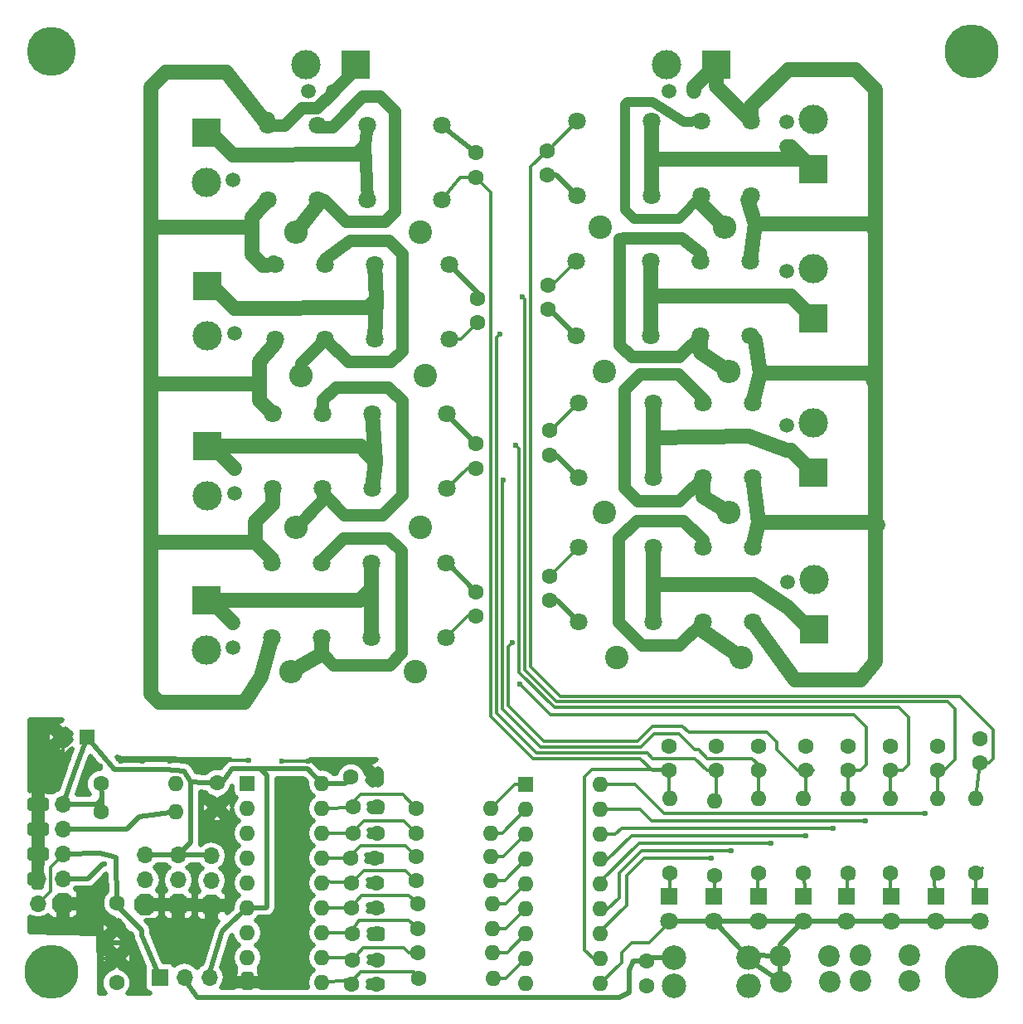
<source format=gbr>
G04 #@! TF.FileFunction,Copper,L2,Bot,Signal*
%FSLAX46Y46*%
G04 Gerber Fmt 4.6, Leading zero omitted, Abs format (unit mm)*
G04 Created by KiCad (PCBNEW 4.0.7) date 04/15/19 23:09:27*
%MOMM*%
%LPD*%
G01*
G04 APERTURE LIST*
%ADD10C,0.100000*%
%ADD11C,1.500000*%
%ADD12R,3.000000X3.000000*%
%ADD13C,3.000000*%
%ADD14C,1.800000*%
%ADD15R,1.600000X1.600000*%
%ADD16O,1.600000X1.600000*%
%ADD17C,2.500000*%
%ADD18O,2.500000X2.500000*%
%ADD19R,1.800000X1.800000*%
%ADD20C,1.600000*%
%ADD21R,1.700000X1.700000*%
%ADD22O,1.700000X1.700000*%
%ADD23C,5.500000*%
%ADD24C,2.200000*%
%ADD25C,2.400000*%
%ADD26O,2.400000X2.400000*%
%ADD27C,5.000000*%
%ADD28C,0.600000*%
%ADD29C,1.250000*%
%ADD30C,1.500000*%
%ADD31C,0.350000*%
%ADD32C,0.500000*%
%ADD33C,1.000000*%
G04 APERTURE END LIST*
D10*
D11*
X71689000Y-79248000D03*
X71689000Y-81788000D03*
D12*
X68961000Y-76962000D03*
D13*
X68961000Y-82042000D03*
D14*
X86073000Y-82413000D03*
X75913000Y-82413000D03*
X80993000Y-82413000D03*
X80993000Y-74813000D03*
X86073000Y-74813000D03*
X75913000Y-74813000D03*
X93693000Y-82413000D03*
X93693000Y-74813000D03*
D15*
X73025000Y-127762000D03*
D16*
X80645000Y-148082000D03*
X73025000Y-130302000D03*
X80645000Y-145542000D03*
X73025000Y-132842000D03*
X80645000Y-143002000D03*
X73025000Y-135382000D03*
X80645000Y-140462000D03*
X73025000Y-137922000D03*
X80645000Y-137922000D03*
X73025000Y-140462000D03*
X80645000Y-135382000D03*
X73025000Y-143002000D03*
X80645000Y-132842000D03*
X73025000Y-145542000D03*
X80645000Y-130302000D03*
X73025000Y-148082000D03*
X80645000Y-127762000D03*
D17*
X116586000Y-145542000D03*
D18*
X124206000Y-145542000D03*
D19*
X138811000Y-139319000D03*
D14*
X138811000Y-141859000D03*
D19*
X125222000Y-139319000D03*
D14*
X125222000Y-141859000D03*
D20*
X143510000Y-136906000D03*
D16*
X143510000Y-129286000D03*
D19*
X120650000Y-139319000D03*
D14*
X120650000Y-141859000D03*
D15*
X101473000Y-127889000D03*
D16*
X109093000Y-148209000D03*
X101473000Y-130429000D03*
X109093000Y-145669000D03*
X101473000Y-132969000D03*
X109093000Y-143129000D03*
X101473000Y-135509000D03*
X109093000Y-140589000D03*
X101473000Y-138049000D03*
X109093000Y-138049000D03*
X101473000Y-140589000D03*
X109093000Y-135509000D03*
X101473000Y-143129000D03*
X109093000Y-132969000D03*
X101473000Y-145669000D03*
X109093000Y-130429000D03*
X101473000Y-148209000D03*
X109093000Y-127889000D03*
D20*
X116078000Y-123952000D03*
X116078000Y-126452000D03*
X120904000Y-123952000D03*
X120904000Y-126452000D03*
X125222000Y-123952000D03*
X125222000Y-126452000D03*
X130048000Y-123952000D03*
X130048000Y-126452000D03*
X134366000Y-123952000D03*
X134366000Y-126452000D03*
X138684000Y-123952000D03*
X138684000Y-126452000D03*
X143510000Y-123952000D03*
X143510000Y-126452000D03*
X147828000Y-123190000D03*
X147828000Y-125690000D03*
X69926200Y-130225800D03*
X69926200Y-127725800D03*
D21*
X69342000Y-140258800D03*
D22*
X69342000Y-137718800D03*
X69342000Y-135178800D03*
D21*
X65963800Y-140182600D03*
D22*
X65963800Y-137642600D03*
X65963800Y-135102600D03*
D21*
X62611000Y-140182600D03*
D22*
X62611000Y-137642600D03*
X62611000Y-135102600D03*
D23*
X53000000Y-147000000D03*
X147002500Y-147002500D03*
D19*
X129794000Y-139319000D03*
D14*
X129794000Y-141859000D03*
D19*
X134239000Y-139319000D03*
D14*
X134239000Y-141859000D03*
D19*
X143383000Y-139319000D03*
D14*
X143383000Y-141859000D03*
D19*
X147828000Y-139319000D03*
D14*
X147828000Y-141859000D03*
D20*
X116141500Y-136969500D03*
D16*
X116141500Y-129349500D03*
D20*
X120777000Y-137160000D03*
D16*
X120777000Y-129540000D03*
D20*
X125222000Y-136906000D03*
D16*
X125222000Y-129286000D03*
D20*
X129794000Y-136906000D03*
D16*
X129794000Y-129286000D03*
D20*
X134366000Y-136906000D03*
D16*
X134366000Y-129286000D03*
D20*
X138684000Y-136906000D03*
D16*
X138684000Y-129286000D03*
D20*
X147447000Y-136906000D03*
D16*
X147447000Y-129286000D03*
D20*
X86106000Y-127152400D03*
X83606000Y-127152400D03*
X90297000Y-130302000D03*
D16*
X97917000Y-130302000D03*
D20*
X90297000Y-132842000D03*
D16*
X97917000Y-132842000D03*
D20*
X90297000Y-135255000D03*
D16*
X97917000Y-135255000D03*
D20*
X90297000Y-137668000D03*
D16*
X97917000Y-137668000D03*
D20*
X90424000Y-140081000D03*
D16*
X98044000Y-140081000D03*
D20*
X90424000Y-142621000D03*
D16*
X98044000Y-142621000D03*
D20*
X90424000Y-145034000D03*
D16*
X98044000Y-145034000D03*
D20*
X90551000Y-147701000D03*
D16*
X98171000Y-147701000D03*
D19*
X116078000Y-139319000D03*
D14*
X116078000Y-141859000D03*
D20*
X83820000Y-130175000D03*
X86320000Y-130175000D03*
X83820000Y-132842000D03*
X86320000Y-132842000D03*
X83566000Y-135382000D03*
X86066000Y-135382000D03*
X83693000Y-137922000D03*
X86193000Y-137922000D03*
X83693000Y-140525500D03*
X86193000Y-140525500D03*
X83756500Y-143129000D03*
X86256500Y-143129000D03*
X83756500Y-145796000D03*
X86256500Y-145796000D03*
X83693000Y-148272500D03*
X86193000Y-148272500D03*
D17*
X116586000Y-148463000D03*
D18*
X124206000Y-148463000D03*
D20*
X59664600Y-148132800D03*
X59664600Y-145632800D03*
X59690000Y-142494000D03*
X59690000Y-139994000D03*
D21*
X54203600Y-140035280D03*
D22*
X51663600Y-140035280D03*
X54203600Y-137495280D03*
X51663600Y-137495280D03*
X54203600Y-134955280D03*
X51663600Y-134955280D03*
X54203600Y-132415280D03*
X51663600Y-132415280D03*
X54203600Y-129875280D03*
X51663600Y-129875280D03*
D20*
X103759000Y-79375000D03*
X103759000Y-76875000D03*
X103886000Y-94234000D03*
X103886000Y-91734000D03*
X103886000Y-109093000D03*
X103886000Y-106593000D03*
X103632000Y-65659000D03*
X103632000Y-63159000D03*
X96393000Y-108204000D03*
X96393000Y-110704000D03*
X96393000Y-93091000D03*
X96393000Y-95591000D03*
X96520000Y-78232000D03*
X96520000Y-80732000D03*
X96393000Y-63373000D03*
X96393000Y-65873000D03*
D15*
X56657240Y-123027440D03*
D20*
X54157240Y-123027440D03*
D24*
X127508000Y-148005800D03*
X132508000Y-148005800D03*
X140665200Y-147980400D03*
X135665200Y-147980400D03*
D21*
X64068960Y-147579080D03*
D22*
X66608960Y-147579080D03*
X69148960Y-147579080D03*
D20*
X113792000Y-148437600D03*
X113792000Y-145937600D03*
D24*
X127467360Y-145409920D03*
X132467360Y-145409920D03*
X140655040Y-145348960D03*
X135655040Y-145348960D03*
D23*
X147000000Y-53000000D03*
D20*
X58059320Y-127825500D03*
D16*
X65679320Y-127825500D03*
D20*
X58087260Y-130647440D03*
D16*
X65707260Y-130647440D03*
D25*
X90678000Y-71501000D03*
D26*
X77978000Y-71501000D03*
D25*
X91186000Y-86106000D03*
D26*
X78486000Y-86106000D03*
D25*
X90678000Y-101600000D03*
D26*
X77978000Y-101600000D03*
D25*
X90170000Y-116332000D03*
D26*
X77470000Y-116332000D03*
D25*
X110744000Y-114935000D03*
D26*
X123444000Y-114935000D03*
D25*
X109474000Y-100076000D03*
D26*
X122174000Y-100076000D03*
D25*
X109474000Y-85725000D03*
D26*
X122174000Y-85725000D03*
D14*
X85311000Y-68189000D03*
X75151000Y-68189000D03*
X80231000Y-68189000D03*
X80231000Y-60589000D03*
X85311000Y-60589000D03*
X75151000Y-60589000D03*
X92931000Y-68189000D03*
X92931000Y-60589000D03*
X85819000Y-97653000D03*
X75659000Y-97653000D03*
X80739000Y-97653000D03*
X80739000Y-90053000D03*
X85819000Y-90053000D03*
X75659000Y-90053000D03*
X93439000Y-97653000D03*
X93439000Y-90053000D03*
X85704700Y-112880300D03*
X75544700Y-112880300D03*
X80624700Y-112880300D03*
X80624700Y-105280300D03*
X85704700Y-105280300D03*
X75544700Y-105280300D03*
X93324700Y-112880300D03*
X93324700Y-105280300D03*
X114460000Y-103642000D03*
X124620000Y-103642000D03*
X119540000Y-103642000D03*
X119540000Y-111242000D03*
X114460000Y-111242000D03*
X124620000Y-111242000D03*
X106840000Y-103642000D03*
X106840000Y-111242000D03*
X114460000Y-88910000D03*
X124620000Y-88910000D03*
X119540000Y-88910000D03*
X119540000Y-96510000D03*
X114460000Y-96510000D03*
X124620000Y-96510000D03*
X106840000Y-88910000D03*
X106840000Y-96510000D03*
X114206000Y-74432000D03*
X124366000Y-74432000D03*
X119286000Y-74432000D03*
X119286000Y-82032000D03*
X114206000Y-82032000D03*
X124366000Y-82032000D03*
X106586000Y-74432000D03*
X106586000Y-82032000D03*
X114317760Y-60182600D03*
X124477760Y-60182600D03*
X119397760Y-60182600D03*
X119397760Y-67782600D03*
X114317760Y-67782600D03*
X124477760Y-67782600D03*
X106697760Y-60182600D03*
X106697760Y-67782600D03*
D11*
X81788000Y-57084000D03*
X79248000Y-57084000D03*
D12*
X84074000Y-54356000D03*
D13*
X78994000Y-54356000D03*
D11*
X71562000Y-63627000D03*
X71562000Y-66167000D03*
D12*
X68834000Y-61341000D03*
D13*
X68834000Y-66421000D03*
D11*
X71689000Y-95631000D03*
X71689000Y-98171000D03*
D12*
X68961000Y-93345000D03*
D13*
X68961000Y-98425000D03*
D11*
X71562000Y-111379000D03*
X71562000Y-113919000D03*
D12*
X68834000Y-109093000D03*
D13*
X68834000Y-114173000D03*
D11*
X118618000Y-57084000D03*
X116078000Y-57084000D03*
D12*
X120904000Y-54356000D03*
D13*
X115824000Y-54356000D03*
D11*
X128183600Y-109728000D03*
X128183600Y-107188000D03*
D12*
X130911600Y-112014000D03*
D13*
X130911600Y-106934000D03*
D11*
X128082000Y-93726000D03*
X128082000Y-91186000D03*
D12*
X130810000Y-96012000D03*
D13*
X130810000Y-90932000D03*
D11*
X128082000Y-77978000D03*
X128082000Y-75438000D03*
D12*
X130810000Y-80264000D03*
D13*
X130810000Y-75184000D03*
D11*
X128082000Y-62738000D03*
X128082000Y-60198000D03*
D12*
X130810000Y-65024000D03*
D13*
X130810000Y-59944000D03*
D27*
X53000000Y-53000000D03*
D25*
X109021880Y-70967600D03*
D26*
X121721880Y-70967600D03*
D28*
X58039000Y-145351500D03*
X57404000Y-142938500D03*
X55562500Y-142240000D03*
X51689000Y-125984000D03*
X51689000Y-123698000D03*
X76136500Y-147510500D03*
X76136500Y-143954500D03*
X76263500Y-141351000D03*
X76200000Y-138112500D03*
X76327000Y-135445500D03*
X76454000Y-132715000D03*
X76644500Y-130365500D03*
X76771500Y-128206500D03*
X79248000Y-125476000D03*
X76581000Y-125476000D03*
X73152000Y-125412500D03*
X70675500Y-125476000D03*
X67818000Y-125539500D03*
X65151000Y-125539500D03*
X62357000Y-125476000D03*
X60134500Y-125539500D03*
X57975500Y-126047500D03*
X56959500Y-125730000D03*
X54800500Y-125222000D03*
X98806000Y-81915000D03*
X120396000Y-135382000D03*
X99187000Y-96774000D03*
X122428000Y-134620000D03*
X100076000Y-113411000D03*
X126492000Y-133858000D03*
X100838000Y-117602000D03*
X130048000Y-133096000D03*
X100457000Y-93218000D03*
X132842000Y-132334000D03*
X101092000Y-78105000D03*
X136144000Y-131572000D03*
X142240000Y-130810000D03*
X58394600Y-136004300D03*
D29*
X81788000Y-57084000D02*
X81788000Y-57150000D01*
X81788000Y-57150000D02*
X80137000Y-58801000D01*
X76825000Y-60589000D02*
X75151000Y-60589000D01*
X78613000Y-58801000D02*
X76825000Y-60589000D01*
X80137000Y-58801000D02*
X78613000Y-58801000D01*
X84074000Y-54356000D02*
X84074000Y-54798000D01*
X84074000Y-54798000D02*
X81788000Y-57084000D01*
D30*
X73533000Y-71023480D02*
X73533000Y-73787000D01*
X74622500Y-74876500D02*
X75913000Y-74813000D01*
X73533000Y-73787000D02*
X74622500Y-74876500D01*
X74295000Y-86868000D02*
X74295000Y-88689000D01*
X74295000Y-88689000D02*
X75659000Y-90053000D01*
X75913000Y-82413000D02*
X75913000Y-82862400D01*
X75913000Y-82862400D02*
X74295000Y-84709000D01*
X74295000Y-84709000D02*
X74295000Y-86868000D01*
X74295000Y-86868000D02*
X74295000Y-86949280D01*
X75659000Y-97653000D02*
X75659000Y-99220000D01*
X73837800Y-101041200D02*
X73837800Y-103174800D01*
X75659000Y-99220000D02*
X73837800Y-101041200D01*
X75544700Y-105280300D02*
X75544700Y-104881700D01*
X75544700Y-104881700D02*
X73837800Y-103174800D01*
X63207900Y-103174800D02*
X73837800Y-103174800D01*
X73533000Y-71023480D02*
X73533000Y-69989880D01*
X73533000Y-69989880D02*
X75151000Y-68189000D01*
X75151000Y-60589000D02*
X75151000Y-60007480D01*
X63207900Y-71023480D02*
X73533000Y-71023480D01*
X63207900Y-86949280D02*
X74295000Y-86949280D01*
X75747900Y-89964100D02*
X75659000Y-90053000D01*
X75686940Y-74586940D02*
X75913000Y-74813000D01*
X75544700Y-112880300D02*
X74422000Y-116840000D01*
X70899200Y-55118000D02*
X75151000Y-60589000D01*
X64731900Y-55118000D02*
X70899200Y-55118000D01*
X63207900Y-56642000D02*
X64731900Y-55118000D01*
X63207900Y-118681500D02*
X63207900Y-103174800D01*
X63207900Y-103174800D02*
X63207900Y-86949280D01*
X63207900Y-86949280D02*
X63207900Y-71023480D01*
X63207900Y-71023480D02*
X63207900Y-56642000D01*
X64008000Y-119481600D02*
X63207900Y-118681500D01*
X72720200Y-119481600D02*
X64008000Y-119481600D01*
X74422000Y-116840000D02*
X72720200Y-119481600D01*
D29*
X85311000Y-68189000D02*
X85057000Y-62517000D01*
X85311000Y-60589000D02*
X85057000Y-62517000D01*
X85057000Y-62517000D02*
X84007215Y-63566785D01*
D30*
X71562000Y-63627000D02*
X84007215Y-63566785D01*
X84007215Y-63566785D02*
X84686140Y-63563500D01*
X68834000Y-61341000D02*
X69276000Y-61341000D01*
X69276000Y-61341000D02*
X71562000Y-63627000D01*
X71689000Y-79248000D02*
X85371960Y-79209900D01*
X85371960Y-79209900D02*
X86238100Y-78343760D01*
X68961000Y-76962000D02*
X69403000Y-76962000D01*
X69403000Y-76962000D02*
X71689000Y-79248000D01*
X86073000Y-74813000D02*
X86238100Y-78343760D01*
X86238100Y-78343760D02*
X86073000Y-82413000D01*
X68961000Y-93345000D02*
X84597240Y-93370400D01*
X84597240Y-93370400D02*
X86149200Y-94922360D01*
X85819000Y-90053000D02*
X86149200Y-94922360D01*
X86149200Y-94922360D02*
X85819000Y-97653000D01*
X68961000Y-93345000D02*
X69403000Y-93345000D01*
X69403000Y-93345000D02*
X71689000Y-95631000D01*
X68834000Y-109093000D02*
X84518500Y-109105700D01*
X84518500Y-109105700D02*
X85704700Y-107919500D01*
X68834000Y-109093000D02*
X69276000Y-109093000D01*
X69276000Y-109093000D02*
X71562000Y-111379000D01*
X85704700Y-105280300D02*
X85704700Y-107919500D01*
X85704700Y-107919500D02*
X85704700Y-112880300D01*
X120904000Y-54356000D02*
X120904000Y-56608840D01*
X120904000Y-56608840D02*
X124477760Y-60182600D01*
X124874000Y-70612000D02*
X136906000Y-70612000D01*
X136906000Y-70612000D02*
X137160000Y-71628000D01*
X124366000Y-74432000D02*
X124874000Y-70612000D01*
X124874000Y-70612000D02*
X124112000Y-68148360D01*
X124112000Y-68148360D02*
X124477760Y-67782600D01*
X125382000Y-85852000D02*
X136652000Y-85852000D01*
X136652000Y-85852000D02*
X137160000Y-87122000D01*
X124620000Y-88910000D02*
X125382000Y-85852000D01*
X125382000Y-85852000D02*
X124874000Y-82456000D01*
X124874000Y-82456000D02*
X124450000Y-82032000D01*
X124450000Y-82032000D02*
X124366000Y-82032000D01*
X125255000Y-101092000D02*
X136906000Y-101092000D01*
X136906000Y-101092000D02*
X137160000Y-101346000D01*
X124620000Y-103642000D02*
X125255000Y-101092000D01*
X125255000Y-101092000D02*
X124620000Y-96510000D01*
X137160000Y-101346000D02*
X137414000Y-101346000D01*
X137414000Y-101346000D02*
X137160000Y-101346000D01*
X124569200Y-103591200D02*
X124620000Y-103642000D01*
X124477760Y-60182600D02*
X124477760Y-58656240D01*
X124477760Y-58656240D02*
X128270000Y-54864000D01*
X128270000Y-54864000D02*
X135128000Y-54864000D01*
X135128000Y-54864000D02*
X137160000Y-56896000D01*
X137160000Y-56896000D02*
X137160000Y-71628000D01*
X137160000Y-71628000D02*
X137160000Y-87122000D01*
X137160000Y-87122000D02*
X137160000Y-101346000D01*
X128948000Y-117195600D02*
X124620000Y-111242000D01*
X135636000Y-117195600D02*
X128948000Y-117195600D01*
X137160000Y-115316000D02*
X135636000Y-117195600D01*
X137160000Y-101346000D02*
X137160000Y-115316000D01*
X118618000Y-57084000D02*
X118618000Y-56642000D01*
X118618000Y-56642000D02*
X120904000Y-54356000D01*
X114460000Y-107442000D02*
X124764800Y-107492800D01*
X124764800Y-107492800D02*
X128183600Y-109728000D01*
X130469600Y-112014000D02*
X128183600Y-109728000D01*
X114460000Y-103642000D02*
X114460000Y-107442000D01*
X114460000Y-107442000D02*
X114460000Y-111242000D01*
X130911600Y-112014000D02*
X130469600Y-112014000D01*
X114317760Y-64008000D02*
X129794000Y-64008000D01*
X129794000Y-64008000D02*
X130810000Y-65024000D01*
X128082000Y-62738000D02*
X128524000Y-62738000D01*
X128524000Y-62738000D02*
X130810000Y-65024000D01*
X114317760Y-60182600D02*
X114317760Y-64008000D01*
X114317760Y-64008000D02*
X114317760Y-67782600D01*
D31*
X58320300Y-145632800D02*
X59664600Y-145632800D01*
X58039000Y-145351500D02*
X58320300Y-145632800D01*
X56261000Y-142938500D02*
X57404000Y-142938500D01*
X55562500Y-142240000D02*
X56261000Y-142938500D01*
X51689000Y-123698000D02*
X51689000Y-125984000D01*
X76517500Y-147129500D02*
X76136500Y-147510500D01*
X76517500Y-144335500D02*
X76517500Y-147129500D01*
X76136500Y-143954500D02*
X76517500Y-144335500D01*
X76263500Y-138176000D02*
X76263500Y-141351000D01*
X76200000Y-138112500D02*
X76263500Y-138176000D01*
X76327000Y-132842000D02*
X76327000Y-135445500D01*
X76454000Y-132715000D02*
X76327000Y-132842000D01*
X76644500Y-128333500D02*
X76644500Y-130365500D01*
X76771500Y-128206500D02*
X76644500Y-128333500D01*
X54157240Y-123027440D02*
X54157240Y-124578740D01*
X76581000Y-125476000D02*
X79248000Y-125476000D01*
X70739000Y-125412500D02*
X73152000Y-125412500D01*
X70675500Y-125476000D02*
X70739000Y-125412500D01*
X65151000Y-125539500D02*
X67818000Y-125539500D01*
X60198000Y-125476000D02*
X62357000Y-125476000D01*
X60134500Y-125539500D02*
X60198000Y-125476000D01*
X57277000Y-126047500D02*
X57975500Y-126047500D01*
X56959500Y-125730000D02*
X57277000Y-126047500D01*
X54157240Y-124578740D02*
X54800500Y-125222000D01*
X96393000Y-65873000D02*
X94739000Y-65873000D01*
X94739000Y-65873000D02*
X92931000Y-68189000D01*
X116078000Y-126452000D02*
X114387000Y-126452000D01*
X97917000Y-67397000D02*
X96393000Y-65873000D01*
X97917000Y-120904000D02*
X97917000Y-67397000D01*
X102235000Y-125222000D02*
X97917000Y-120904000D01*
X113157000Y-125222000D02*
X102235000Y-125222000D01*
X114387000Y-126452000D02*
X113157000Y-125222000D01*
X109093000Y-145669000D02*
X108369100Y-145669000D01*
X108369100Y-145669000D02*
X107480100Y-144780000D01*
X108242100Y-126377700D02*
X116003700Y-126377700D01*
X107480100Y-127139700D02*
X108242100Y-126377700D01*
X107480100Y-144780000D02*
X107480100Y-127139700D01*
X116003700Y-126377700D02*
X116078000Y-126452000D01*
X116078000Y-126452000D02*
X116078000Y-129286000D01*
X116078000Y-129286000D02*
X116141500Y-129349500D01*
X93693000Y-82413000D02*
X94839000Y-82413000D01*
X94839000Y-82413000D02*
X96520000Y-80732000D01*
X120904000Y-126452000D02*
X119975000Y-126452000D01*
X98467002Y-82253998D02*
X98806000Y-81915000D01*
X98467002Y-120565002D02*
X98467002Y-82253998D01*
X102573998Y-124671998D02*
X98467002Y-120565002D01*
X113876998Y-124671998D02*
X102573998Y-124671998D01*
X114427000Y-125222000D02*
X113876998Y-124671998D01*
X118745000Y-125222000D02*
X114427000Y-125222000D01*
X119975000Y-126452000D02*
X118745000Y-125222000D01*
X109093000Y-143129000D02*
X109093000Y-142875000D01*
X109093000Y-142875000D02*
X111760000Y-140208000D01*
X111760000Y-140208000D02*
X111760000Y-137160000D01*
X111760000Y-137160000D02*
X113538000Y-135382000D01*
X113538000Y-135382000D02*
X120396000Y-135382000D01*
X120904000Y-126452000D02*
X120904000Y-129413000D01*
X120904000Y-129413000D02*
X120777000Y-129540000D01*
X96393000Y-95591000D02*
X95501000Y-95591000D01*
X95501000Y-95591000D02*
X93439000Y-97653000D01*
X125222000Y-126452000D02*
X125222000Y-125857000D01*
X125222000Y-125857000D02*
X124587000Y-125222000D01*
X99060000Y-96901000D02*
X99187000Y-96774000D01*
X99060000Y-120184996D02*
X99060000Y-96901000D01*
X102954004Y-124079000D02*
X99060000Y-120184996D01*
X113199996Y-124079000D02*
X102954004Y-124079000D01*
X114596996Y-122682000D02*
X113199996Y-124079000D01*
X117094000Y-122682000D02*
X114596996Y-122682000D01*
X118745000Y-124333000D02*
X117094000Y-122682000D01*
X119126000Y-124333000D02*
X118745000Y-124333000D01*
X120015000Y-125222000D02*
X119126000Y-124333000D01*
X124587000Y-125222000D02*
X120015000Y-125222000D01*
X125222000Y-126452000D02*
X124801000Y-126452000D01*
X125222000Y-126452000D02*
X125871600Y-126452000D01*
X109093000Y-140589000D02*
X109855000Y-140589000D01*
X109855000Y-140589000D02*
X110998000Y-139446000D01*
X113284000Y-134620000D02*
X122428000Y-134620000D01*
X110998000Y-136906000D02*
X113284000Y-134620000D01*
X110998000Y-139446000D02*
X110998000Y-136906000D01*
X125222000Y-126452000D02*
X125222000Y-129286000D01*
X109093000Y-140589000D02*
X109093000Y-140081000D01*
X96393000Y-110704000D02*
X95501000Y-110704000D01*
X95501000Y-110704000D02*
X93324700Y-112880300D01*
X130048000Y-126452000D02*
X129246000Y-126452000D01*
X99695000Y-113792000D02*
X100076000Y-113411000D01*
X99695000Y-119845998D02*
X99695000Y-113792000D01*
X103293002Y-123444000D02*
X99695000Y-119845998D01*
X112903000Y-123444000D02*
X103293002Y-123444000D01*
X114427000Y-121920000D02*
X112903000Y-123444000D01*
X117475000Y-121920000D02*
X114427000Y-121920000D01*
X118110000Y-122555000D02*
X117475000Y-121920000D01*
X126111000Y-122555000D02*
X118110000Y-122555000D01*
X127127000Y-123571000D02*
X126111000Y-122555000D01*
X127127000Y-124333000D02*
X127127000Y-123571000D01*
X129246000Y-126452000D02*
X127127000Y-124333000D01*
X130048000Y-126452000D02*
X129627000Y-126452000D01*
X130048000Y-126452000D02*
X130786500Y-126452000D01*
X109093000Y-138049000D02*
X109093000Y-137795000D01*
X109093000Y-137795000D02*
X113030000Y-133858000D01*
X113030000Y-133858000D02*
X126492000Y-133858000D01*
X130048000Y-126452000D02*
X130048000Y-129032000D01*
X130048000Y-129032000D02*
X129794000Y-129286000D01*
X103886000Y-106593000D02*
X103889000Y-106593000D01*
X103889000Y-106593000D02*
X106840000Y-103642000D01*
X134366000Y-126452000D02*
X135676000Y-126452000D01*
X104013000Y-120777000D02*
X100838000Y-117602000D01*
X135001000Y-120777000D02*
X104013000Y-120777000D01*
X136271000Y-122047000D02*
X135001000Y-120777000D01*
X136271000Y-125857000D02*
X136271000Y-122047000D01*
X135676000Y-126452000D02*
X136271000Y-125857000D01*
X109093000Y-135509000D02*
X109855000Y-135509000D01*
X109855000Y-135509000D02*
X112268000Y-133096000D01*
X112268000Y-133096000D02*
X130048000Y-133096000D01*
X134366000Y-126452000D02*
X134366000Y-129286000D01*
X133858000Y-128778000D02*
X134366000Y-129286000D01*
X103886000Y-91734000D02*
X104016000Y-91734000D01*
X104016000Y-91734000D02*
X106840000Y-88910000D01*
X138684000Y-126452000D02*
X139994000Y-126452000D01*
X100795998Y-93556998D02*
X100457000Y-93218000D01*
X100795998Y-116432818D02*
X100795998Y-93556998D01*
X104378180Y-120015000D02*
X100795998Y-116432818D01*
X139573000Y-120015000D02*
X104378180Y-120015000D01*
X140589000Y-121031000D02*
X139573000Y-120015000D01*
X140589000Y-125857000D02*
X140589000Y-121031000D01*
X139994000Y-126452000D02*
X140589000Y-125857000D01*
X109093000Y-132969000D02*
X110617000Y-132969000D01*
X111252000Y-132334000D02*
X132842000Y-132334000D01*
X110617000Y-132969000D02*
X111252000Y-132334000D01*
X138684000Y-129286000D02*
X138684000Y-126452000D01*
X103759000Y-76875000D02*
X104143000Y-76875000D01*
X104143000Y-76875000D02*
X106586000Y-74432000D01*
X143510000Y-126452000D02*
X144185000Y-126452000D01*
X144185000Y-126452000D02*
X145288000Y-125349000D01*
X101346000Y-78359000D02*
X101092000Y-78105000D01*
X101346000Y-116205000D02*
X101346000Y-78359000D01*
X104563002Y-119422002D02*
X101346000Y-116205000D01*
X144568002Y-119422002D02*
X104563002Y-119422002D01*
X145288000Y-120142000D02*
X144568002Y-119422002D01*
X145288000Y-125349000D02*
X145288000Y-120142000D01*
X109093000Y-130429000D02*
X113157000Y-130429000D01*
X114300000Y-131572000D02*
X136144000Y-131572000D01*
X113157000Y-130429000D02*
X114300000Y-131572000D01*
X143510000Y-126452000D02*
X143510000Y-129286000D01*
X103632000Y-63159000D02*
X103721360Y-63159000D01*
X103721360Y-63159000D02*
X106697760Y-60182600D01*
X147828000Y-125690000D02*
X148757000Y-125690000D01*
X101981000Y-64810000D02*
X103632000Y-63159000D01*
X101981000Y-115824000D02*
X101981000Y-64810000D01*
X105029000Y-118872000D02*
X101981000Y-115824000D01*
X145796000Y-118872000D02*
X105029000Y-118872000D01*
X149225000Y-122301000D02*
X145796000Y-118872000D01*
X149225000Y-125222000D02*
X149225000Y-122301000D01*
X148757000Y-125690000D02*
X149225000Y-125222000D01*
X103632000Y-63159000D02*
X104102360Y-63159000D01*
X109093000Y-127889000D02*
X112649000Y-127889000D01*
X112649000Y-127889000D02*
X115570000Y-130810000D01*
X115570000Y-130810000D02*
X142240000Y-130810000D01*
X147828000Y-125690000D02*
X147447000Y-129286000D01*
D32*
X54203600Y-129875280D02*
X57665620Y-129875280D01*
X57665620Y-129875280D02*
X58216800Y-129324100D01*
X58059320Y-127825500D02*
X58216800Y-129324100D01*
X58216800Y-129324100D02*
X58112660Y-130622040D01*
X58112660Y-130622040D02*
X58087260Y-130647440D01*
D31*
X54203600Y-129875280D02*
X54020720Y-129875280D01*
D32*
X73025000Y-140462000D02*
X74955400Y-140462000D01*
X75046840Y-126959360D02*
X74350880Y-126263400D01*
X75046840Y-140370560D02*
X75046840Y-126959360D01*
X74955400Y-140462000D02*
X75046840Y-140370560D01*
X69148960Y-147579080D02*
X69047360Y-147579080D01*
X69047360Y-147579080D02*
X70469760Y-142890240D01*
X70469760Y-142890240D02*
X70774560Y-142565120D01*
X70774560Y-142565120D02*
X73025000Y-140462000D01*
X65963800Y-135102600D02*
X62611000Y-135102600D01*
X65963800Y-135102600D02*
X69265800Y-135102600D01*
X69265800Y-135102600D02*
X69342000Y-135178800D01*
X67259200Y-130378200D02*
X67259200Y-133807200D01*
X67259200Y-133807200D02*
X65963800Y-135102600D01*
X67259200Y-127609600D02*
X66548000Y-126492000D01*
X59410600Y-126352300D02*
X56657240Y-123027440D01*
X64719200Y-126352300D02*
X59410600Y-126352300D01*
X66548000Y-126492000D02*
X64719200Y-126352300D01*
X69926200Y-127725800D02*
X70445000Y-127725800D01*
X70445000Y-127725800D02*
X71501000Y-126263400D01*
X71501000Y-126263400D02*
X74350880Y-126263400D01*
X79146400Y-126263400D02*
X80645000Y-127762000D01*
X74350880Y-126263400D02*
X79146400Y-126263400D01*
X67259200Y-127609600D02*
X67208400Y-130327400D01*
X67208400Y-130327400D02*
X67259200Y-130378200D01*
X67259200Y-127609600D02*
X69864600Y-127787400D01*
X69864600Y-127787400D02*
X69926200Y-127725800D01*
X80645000Y-127762000D02*
X82996400Y-127762000D01*
X82996400Y-127762000D02*
X83606000Y-127152400D01*
X54203600Y-129875280D02*
X55372000Y-126492000D01*
X55372000Y-126492000D02*
X56769000Y-122875040D01*
D33*
X56769000Y-122875040D02*
X56769000Y-123129040D01*
D31*
X72390000Y-135382000D02*
X73025000Y-135382000D01*
X72898000Y-132842000D02*
X73025000Y-132842000D01*
X116141500Y-136969500D02*
X116141500Y-139255500D01*
X116141500Y-139255500D02*
X116078000Y-139319000D01*
X120777000Y-137160000D02*
X120777000Y-139192000D01*
X120777000Y-139192000D02*
X120650000Y-139319000D01*
X125222000Y-136906000D02*
X125095000Y-139192000D01*
X125095000Y-139192000D02*
X125222000Y-139319000D01*
X129794000Y-136906000D02*
X130048000Y-139065000D01*
X130048000Y-139065000D02*
X129794000Y-139319000D01*
X130144520Y-137256520D02*
X129794000Y-136906000D01*
X134239000Y-139319000D02*
X134366000Y-136906000D01*
X134879080Y-137419080D02*
X134366000Y-136906000D01*
X138684000Y-136906000D02*
X138684000Y-139192000D01*
X138684000Y-139192000D02*
X138811000Y-139319000D01*
X143383000Y-139319000D02*
X143129000Y-137287000D01*
X143129000Y-137287000D02*
X143510000Y-136906000D01*
X147447000Y-136906000D02*
X147447000Y-138938000D01*
X147447000Y-138938000D02*
X147828000Y-139319000D01*
X148463000Y-138684000D02*
X147828000Y-139319000D01*
X147929600Y-136601200D02*
X148082000Y-136448800D01*
D32*
X103886000Y-109093000D02*
X104691000Y-109093000D01*
X104691000Y-109093000D02*
X106840000Y-111242000D01*
X103886000Y-94234000D02*
X104564000Y-94234000D01*
X104564000Y-94234000D02*
X106840000Y-96510000D01*
X103759000Y-79375000D02*
X103929000Y-79375000D01*
X103929000Y-79375000D02*
X106586000Y-82032000D01*
X103632000Y-65659000D02*
X104574160Y-65659000D01*
X104574160Y-65659000D02*
X106697760Y-67782600D01*
X92931000Y-60589000D02*
X92931000Y-60673000D01*
X92931000Y-60673000D02*
X96393000Y-63373000D01*
X96520000Y-78232000D02*
X96520000Y-77640000D01*
X96520000Y-77640000D02*
X93693000Y-74813000D01*
X93439000Y-90053000D02*
X93439000Y-90137000D01*
X93439000Y-90137000D02*
X96393000Y-93091000D01*
X93324700Y-105280300D02*
X93469300Y-105280300D01*
X93469300Y-105280300D02*
X96393000Y-108204000D01*
X109093000Y-148209000D02*
X108991400Y-148209000D01*
X127467360Y-145409920D02*
X127467360Y-144185640D01*
X127467360Y-144185640D02*
X129794000Y-141859000D01*
X127467360Y-145409920D02*
X127467360Y-147965160D01*
X127467360Y-147965160D02*
X127508000Y-148005800D01*
X127467360Y-145409920D02*
X124439680Y-145308320D01*
X124439680Y-145308320D02*
X124206000Y-145542000D01*
D31*
X116078000Y-141859000D02*
X116078000Y-141986000D01*
X116078000Y-141986000D02*
X114046000Y-144018000D01*
X111252000Y-146050000D02*
X109093000Y-148209000D01*
X111252000Y-145034000D02*
X111252000Y-146050000D01*
X112268000Y-144018000D02*
X111252000Y-145034000D01*
X114046000Y-144018000D02*
X112268000Y-144018000D01*
D32*
X124206000Y-145542000D02*
X123291600Y-145135600D01*
X123291600Y-145135600D02*
X127508000Y-148005800D01*
X124206000Y-145542000D02*
X121259600Y-142468600D01*
X121259600Y-142468600D02*
X120650000Y-141859000D01*
X147828000Y-141859000D02*
X143383000Y-141859000D01*
X143383000Y-141859000D02*
X138811000Y-141859000D01*
X134239000Y-141859000D02*
X138811000Y-141859000D01*
X129794000Y-141859000D02*
X134239000Y-141859000D01*
X125222000Y-141859000D02*
X129794000Y-141859000D01*
X120650000Y-141859000D02*
X125222000Y-141859000D01*
X116078000Y-141859000D02*
X120650000Y-141859000D01*
X109093000Y-148209000D02*
X109093000Y-147891500D01*
D31*
X83820000Y-130175000D02*
X83820000Y-129667000D01*
X83820000Y-129667000D02*
X84582000Y-128905000D01*
X88900000Y-128905000D02*
X90297000Y-130302000D01*
X84582000Y-128905000D02*
X88900000Y-128905000D01*
X83820000Y-130175000D02*
X80772000Y-130429000D01*
X80772000Y-130429000D02*
X80645000Y-130302000D01*
X101473000Y-127889000D02*
X100330000Y-127889000D01*
X100330000Y-127889000D02*
X97917000Y-130302000D01*
X83820000Y-132842000D02*
X83820000Y-132715000D01*
X83820000Y-132715000D02*
X84963000Y-131572000D01*
X89027000Y-131572000D02*
X90297000Y-132842000D01*
X84963000Y-131572000D02*
X89027000Y-131572000D01*
X80645000Y-132842000D02*
X83820000Y-132842000D01*
X97917000Y-132842000D02*
X99060000Y-132842000D01*
X99060000Y-132842000D02*
X101473000Y-130429000D01*
X83566000Y-135382000D02*
X83566000Y-135128000D01*
X83566000Y-135128000D02*
X84582000Y-134112000D01*
X89154000Y-134112000D02*
X90297000Y-135255000D01*
X84582000Y-134112000D02*
X89154000Y-134112000D01*
X83566000Y-135382000D02*
X80645000Y-135382000D01*
X97917000Y-135255000D02*
X99187000Y-135255000D01*
X99187000Y-135255000D02*
X101473000Y-132969000D01*
X83693000Y-137922000D02*
X84963000Y-136652000D01*
X89154000Y-136652000D02*
X90170000Y-137668000D01*
X84963000Y-136652000D02*
X89154000Y-136652000D01*
X90170000Y-137668000D02*
X90297000Y-137668000D01*
X83693000Y-137922000D02*
X80772000Y-137795000D01*
X80772000Y-137795000D02*
X80645000Y-137922000D01*
X97917000Y-137668000D02*
X99314000Y-137668000D01*
X99314000Y-137668000D02*
X101473000Y-135509000D01*
X83693000Y-140525500D02*
X83693000Y-140398500D01*
X83693000Y-140398500D02*
X84709000Y-139192000D01*
X89535000Y-139192000D02*
X90424000Y-140081000D01*
X84709000Y-139192000D02*
X89535000Y-139192000D01*
X80645000Y-140462000D02*
X83693000Y-140525500D01*
X98044000Y-140081000D02*
X99441000Y-140081000D01*
X99441000Y-140081000D02*
X101473000Y-138049000D01*
X83756500Y-143129000D02*
X83756500Y-142748000D01*
X83756500Y-142748000D02*
X84455000Y-141732000D01*
X89535000Y-141732000D02*
X90424000Y-142621000D01*
X84455000Y-141732000D02*
X89535000Y-141732000D01*
X80645000Y-143002000D02*
X83629500Y-143002000D01*
X83629500Y-143002000D02*
X83756500Y-143129000D01*
X98044000Y-142621000D02*
X99441000Y-142621000D01*
X99441000Y-142621000D02*
X101473000Y-140589000D01*
X83756500Y-145796000D02*
X84836000Y-144526000D01*
X89535000Y-145034000D02*
X90424000Y-145034000D01*
X89027000Y-144526000D02*
X89535000Y-145034000D01*
X84836000Y-144526000D02*
X89027000Y-144526000D01*
X80645000Y-145542000D02*
X83502500Y-145542000D01*
X83502500Y-145542000D02*
X83756500Y-145796000D01*
X98044000Y-145034000D02*
X99568000Y-145034000D01*
X99568000Y-145034000D02*
X101473000Y-143129000D01*
X83693000Y-148272500D02*
X83693000Y-148018500D01*
X83693000Y-148018500D02*
X84582000Y-147002500D01*
X84582000Y-147002500D02*
X90043000Y-147002500D01*
X90043000Y-147002500D02*
X90551000Y-147701000D01*
X80645000Y-148082000D02*
X83312000Y-147891500D01*
X83312000Y-147891500D02*
X83693000Y-148272500D01*
X98171000Y-147701000D02*
X99441000Y-147701000D01*
X99441000Y-147701000D02*
X101473000Y-145669000D01*
X54203600Y-134955280D02*
X54203600Y-135089900D01*
X54203600Y-135089900D02*
X52933600Y-136359900D01*
X52933600Y-138765280D02*
X51663600Y-140035280D01*
X52933600Y-136359900D02*
X52933600Y-138765280D01*
X51663600Y-140035280D02*
X51874420Y-140035280D01*
X51663600Y-140035280D02*
X51663600Y-139560300D01*
D32*
X59690000Y-139994000D02*
X59690000Y-140208000D01*
X59690000Y-140208000D02*
X62230000Y-142748000D01*
X62230000Y-143256000D02*
X64068960Y-147579080D01*
X62230000Y-142748000D02*
X62230000Y-143256000D01*
X54203600Y-134955280D02*
X57988200Y-134899400D01*
X59601100Y-135369300D02*
X59690000Y-139994000D01*
X57988200Y-134899400D02*
X59601100Y-135369300D01*
X54203600Y-137495280D02*
X56776620Y-137495280D01*
X58267600Y-136004300D02*
X58394600Y-136004300D01*
X56776620Y-137495280D02*
X58267600Y-136004300D01*
X54203600Y-132415280D02*
X60751720Y-132415280D01*
X62026800Y-131140200D02*
X65707260Y-130647440D01*
X60751720Y-132415280D02*
X62026800Y-131140200D01*
D31*
X54203600Y-132415280D02*
X54897020Y-132415280D01*
D32*
X116586000Y-145542000D02*
X114187600Y-145542000D01*
X114187600Y-145542000D02*
X113792000Y-145937600D01*
X113792000Y-145937600D02*
X112405800Y-145937600D01*
X112405800Y-145937600D02*
X112039400Y-146837400D01*
X66608960Y-147579080D02*
X66608960Y-147833080D01*
X66608960Y-147833080D02*
X67909440Y-149595840D01*
X67909440Y-149595840D02*
X110998000Y-149606000D01*
X110998000Y-149606000D02*
X112039400Y-149098000D01*
X112039400Y-149098000D02*
X112039400Y-146837400D01*
X116128800Y-145542000D02*
X116586000Y-145542000D01*
D30*
X124206000Y-92354400D02*
X128082000Y-93726000D01*
X114460000Y-92456000D02*
X124206000Y-92354400D01*
X114460000Y-92456000D02*
X114460000Y-96510000D01*
X128082000Y-93726000D02*
X128524000Y-93726000D01*
X128524000Y-93726000D02*
X130810000Y-96012000D01*
X114460000Y-88910000D02*
X114460000Y-92456000D01*
X128082000Y-77978000D02*
X128524000Y-77978000D01*
X128524000Y-77978000D02*
X130810000Y-80264000D01*
X128082000Y-77978000D02*
X126492000Y-77978000D01*
X126492000Y-77978000D02*
X114206000Y-77978000D01*
X114206000Y-77978000D02*
X114554000Y-77978000D01*
X114554000Y-77978000D02*
X114206000Y-77978000D01*
X114206000Y-74432000D02*
X114206000Y-77978000D01*
X114206000Y-77978000D02*
X114206000Y-82032000D01*
D29*
X80231000Y-68189000D02*
X80838200Y-68189000D01*
X80838200Y-68189000D02*
X83058000Y-70408800D01*
X81686400Y-60706000D02*
X80348000Y-60706000D01*
X84785200Y-57607200D02*
X81686400Y-60706000D01*
X86563200Y-57607200D02*
X84785200Y-57607200D01*
X88087200Y-59131200D02*
X86563200Y-57607200D01*
X88087200Y-69342000D02*
X88087200Y-59131200D01*
X87020400Y-70408800D02*
X88087200Y-69342000D01*
X83058000Y-70408800D02*
X87020400Y-70408800D01*
X80348000Y-60706000D02*
X80231000Y-60589000D01*
D30*
X80231000Y-68189000D02*
X80231000Y-68714600D01*
X80231000Y-68714600D02*
X77978000Y-71501000D01*
D29*
X80993000Y-74201000D02*
X83477100Y-72351900D01*
X83477100Y-72351900D02*
X87490300Y-72351900D01*
X87490300Y-72351900D02*
X88798400Y-73660000D01*
X88798400Y-73660000D02*
X88798400Y-83616800D01*
X88798400Y-83616800D02*
X87680800Y-84734400D01*
X87680800Y-84734400D02*
X83314400Y-84734400D01*
X83314400Y-84734400D02*
X80993000Y-82413000D01*
X78486000Y-86106000D02*
X78486000Y-84836000D01*
X78486000Y-84836000D02*
X80909000Y-82413000D01*
X80909000Y-82413000D02*
X80993000Y-82413000D01*
X80993000Y-74813000D02*
X80993000Y-74201000D01*
D30*
X80993000Y-74813000D02*
X80993000Y-74571840D01*
D29*
X80739000Y-97653000D02*
X80739000Y-98839000D01*
X80739000Y-98839000D02*
X77978000Y-101600000D01*
X80739000Y-90053000D02*
X80739000Y-88628200D01*
X82905600Y-100330000D02*
X80833528Y-98257928D01*
X86817200Y-100330000D02*
X82905600Y-100330000D01*
X88798400Y-98348800D02*
X86817200Y-100330000D01*
X88798400Y-88696800D02*
X88798400Y-98348800D01*
X87426800Y-87325200D02*
X88798400Y-88696800D01*
X82042000Y-87325200D02*
X87426800Y-87325200D01*
X80739000Y-88628200D02*
X82042000Y-87325200D01*
X80833528Y-98257928D02*
X80739000Y-97653000D01*
X80624700Y-105280300D02*
X80624700Y-104896900D01*
X80624700Y-104896900D02*
X82804000Y-102717600D01*
X82804000Y-102717600D02*
X87426800Y-102717600D01*
X87426800Y-102717600D02*
X88747600Y-104038400D01*
X88747600Y-104038400D02*
X88747600Y-114452400D01*
X88747600Y-114452400D02*
X87528400Y-115671600D01*
X87528400Y-115671600D02*
X81838800Y-115671600D01*
X81838800Y-115671600D02*
X80624700Y-114457500D01*
D30*
X80624700Y-112880300D02*
X80624700Y-114457500D01*
X80624700Y-114457500D02*
X80624700Y-114612400D01*
X80624700Y-114612400D02*
X77470000Y-116332000D01*
D29*
X119540000Y-103642000D02*
X119540000Y-102928400D01*
X119540000Y-102928400D02*
X117551200Y-100939600D01*
X117142400Y-113639600D02*
X119540000Y-111242000D01*
X113284000Y-113639600D02*
X117142400Y-113639600D01*
X110947200Y-111302800D02*
X113284000Y-113639600D01*
X110947200Y-102768400D02*
X110947200Y-111302800D01*
X112776000Y-100939600D02*
X110947200Y-102768400D01*
X117551200Y-100939600D02*
X112776000Y-100939600D01*
D30*
X119540000Y-111242000D02*
X119540000Y-112174000D01*
X119540000Y-112174000D02*
X123444000Y-114935000D01*
X119540000Y-103642000D02*
X119540000Y-103538000D01*
D29*
X119540000Y-88910000D02*
X119540000Y-88501200D01*
X119540000Y-88501200D02*
X117043200Y-86004400D01*
X117142400Y-98907600D02*
X119540000Y-96510000D01*
X112877600Y-98907600D02*
X117142400Y-98907600D01*
X111556800Y-97586800D02*
X112877600Y-98907600D01*
X111556800Y-87579200D02*
X111556800Y-97586800D01*
X113131600Y-86004400D02*
X111556800Y-87579200D01*
X117043200Y-86004400D02*
X113131600Y-86004400D01*
D30*
X119540000Y-96510000D02*
X119540000Y-98458000D01*
X119540000Y-98458000D02*
X122174000Y-100076000D01*
X119540000Y-88910000D02*
X119540000Y-88806000D01*
D29*
X119286000Y-74432000D02*
X119286000Y-73616800D01*
X119286000Y-73616800D02*
X117348000Y-72059800D01*
X117091600Y-84226400D02*
X119286000Y-82032000D01*
X112268000Y-84226400D02*
X117091600Y-84226400D01*
X111048800Y-83007200D02*
X112268000Y-84226400D01*
X111048800Y-72186800D02*
X111048800Y-83007200D01*
X111556800Y-72059800D02*
X111048800Y-72186800D01*
X117348000Y-72059800D02*
X111556800Y-72059800D01*
D30*
X119286000Y-82032000D02*
X119286000Y-83726000D01*
X119286000Y-83726000D02*
X122174000Y-85725000D01*
X119286000Y-74432000D02*
X119136000Y-74432000D01*
D33*
X119397760Y-60182600D02*
X117602000Y-60198000D01*
X117076360Y-70104000D02*
X119397760Y-67782600D01*
X112522000Y-70104000D02*
X117076360Y-70104000D01*
X111633000Y-69215000D02*
X112522000Y-70104000D01*
X111633000Y-58420000D02*
X111633000Y-69215000D01*
X111887000Y-58166000D02*
X111633000Y-58420000D01*
X114401600Y-58166000D02*
X111887000Y-58166000D01*
X117602000Y-60198000D02*
X114401600Y-58166000D01*
D30*
X119397760Y-67782600D02*
X119397760Y-68643480D01*
X119397760Y-68643480D02*
X121721880Y-70967600D01*
D32*
G36*
X58667339Y-138824757D02*
X58376740Y-139114849D01*
X58140270Y-139684333D01*
X58139732Y-140300961D01*
X58375208Y-140870857D01*
X58810849Y-141307260D01*
X59252218Y-141490532D01*
X59690000Y-141928315D01*
X59843051Y-141775264D01*
X60408736Y-142340949D01*
X60255685Y-142494000D01*
X60920805Y-143159119D01*
X61148712Y-143080925D01*
X61230000Y-143162213D01*
X61230000Y-143256000D01*
X61230943Y-143260743D01*
X61230045Y-143265495D01*
X61268961Y-143451874D01*
X61306120Y-143638683D01*
X61308808Y-143642706D01*
X61309796Y-143647438D01*
X62507935Y-146464059D01*
X62454267Y-146729080D01*
X62454267Y-148429080D01*
X62506564Y-148707013D01*
X62670822Y-148962278D01*
X62921452Y-149133526D01*
X63126256Y-149175000D01*
X60814526Y-149175000D01*
X60977860Y-149011951D01*
X61214330Y-148442467D01*
X61214868Y-147825839D01*
X60979392Y-147255943D01*
X60543751Y-146819540D01*
X60102382Y-146636268D01*
X59664600Y-146198485D01*
X59226275Y-146636810D01*
X58787743Y-146818008D01*
X58351340Y-147253649D01*
X58114870Y-147823133D01*
X58114332Y-148439761D01*
X58349808Y-149009657D01*
X58514862Y-149175000D01*
X57925421Y-149175000D01*
X57884424Y-145662864D01*
X58076361Y-145662864D01*
X58185754Y-146212817D01*
X58433795Y-146297919D01*
X59098915Y-145632800D01*
X60230285Y-145632800D01*
X60895405Y-146297919D01*
X61143446Y-146212817D01*
X61252839Y-145602736D01*
X61143446Y-145052783D01*
X60895405Y-144967681D01*
X60230285Y-145632800D01*
X59098915Y-145632800D01*
X58433795Y-144967681D01*
X58185754Y-145052783D01*
X58076361Y-145662864D01*
X57884424Y-145662864D01*
X57869706Y-144401995D01*
X58999481Y-144401995D01*
X59664600Y-145067115D01*
X60329719Y-144401995D01*
X60244617Y-144153954D01*
X59779135Y-144070489D01*
X60270017Y-143972846D01*
X60355119Y-143724805D01*
X59690000Y-143059685D01*
X59024881Y-143724805D01*
X59109983Y-143972846D01*
X59575465Y-144056311D01*
X59084583Y-144153954D01*
X58999481Y-144401995D01*
X57869706Y-144401995D01*
X57857183Y-143329282D01*
X57836353Y-143232254D01*
X57779414Y-143150976D01*
X57695340Y-143098253D01*
X57611570Y-143082238D01*
X50825000Y-142963592D01*
X50825000Y-142524064D01*
X58101761Y-142524064D01*
X58211154Y-143074017D01*
X58459195Y-143159119D01*
X59124315Y-142494000D01*
X58459195Y-141828881D01*
X58211154Y-141913983D01*
X58101761Y-142524064D01*
X50825000Y-142524064D01*
X50825000Y-141383219D01*
X51019961Y-141513487D01*
X51632254Y-141635280D01*
X51694946Y-141635280D01*
X52307239Y-141513487D01*
X52648773Y-141285282D01*
X52698833Y-141285282D01*
X52710998Y-141314652D01*
X52924227Y-141527881D01*
X53202824Y-141643280D01*
X53589100Y-141643280D01*
X53778600Y-141453780D01*
X53778600Y-140460280D01*
X54628600Y-140460280D01*
X54628600Y-141453780D01*
X54818100Y-141643280D01*
X55204376Y-141643280D01*
X55482973Y-141527881D01*
X55696202Y-141314652D01*
X55811600Y-141036055D01*
X55811600Y-140649780D01*
X55622100Y-140460280D01*
X54628600Y-140460280D01*
X53778600Y-140460280D01*
X53353600Y-140460280D01*
X53353600Y-139653428D01*
X53396748Y-139610280D01*
X53778600Y-139610280D01*
X53778600Y-139185280D01*
X54628600Y-139185280D01*
X54628600Y-139610280D01*
X55622100Y-139610280D01*
X55811600Y-139420780D01*
X55811600Y-139034505D01*
X55696202Y-138755908D01*
X55482973Y-138542679D01*
X55453602Y-138530513D01*
X55453602Y-138496019D01*
X55454096Y-138495280D01*
X56776620Y-138495280D01*
X57159304Y-138419160D01*
X57483727Y-138202387D01*
X58633278Y-137052836D01*
X58667339Y-138824757D01*
X58667339Y-138824757D01*
G37*
X58667339Y-138824757D02*
X58376740Y-139114849D01*
X58140270Y-139684333D01*
X58139732Y-140300961D01*
X58375208Y-140870857D01*
X58810849Y-141307260D01*
X59252218Y-141490532D01*
X59690000Y-141928315D01*
X59843051Y-141775264D01*
X60408736Y-142340949D01*
X60255685Y-142494000D01*
X60920805Y-143159119D01*
X61148712Y-143080925D01*
X61230000Y-143162213D01*
X61230000Y-143256000D01*
X61230943Y-143260743D01*
X61230045Y-143265495D01*
X61268961Y-143451874D01*
X61306120Y-143638683D01*
X61308808Y-143642706D01*
X61309796Y-143647438D01*
X62507935Y-146464059D01*
X62454267Y-146729080D01*
X62454267Y-148429080D01*
X62506564Y-148707013D01*
X62670822Y-148962278D01*
X62921452Y-149133526D01*
X63126256Y-149175000D01*
X60814526Y-149175000D01*
X60977860Y-149011951D01*
X61214330Y-148442467D01*
X61214868Y-147825839D01*
X60979392Y-147255943D01*
X60543751Y-146819540D01*
X60102382Y-146636268D01*
X59664600Y-146198485D01*
X59226275Y-146636810D01*
X58787743Y-146818008D01*
X58351340Y-147253649D01*
X58114870Y-147823133D01*
X58114332Y-148439761D01*
X58349808Y-149009657D01*
X58514862Y-149175000D01*
X57925421Y-149175000D01*
X57884424Y-145662864D01*
X58076361Y-145662864D01*
X58185754Y-146212817D01*
X58433795Y-146297919D01*
X59098915Y-145632800D01*
X60230285Y-145632800D01*
X60895405Y-146297919D01*
X61143446Y-146212817D01*
X61252839Y-145602736D01*
X61143446Y-145052783D01*
X60895405Y-144967681D01*
X60230285Y-145632800D01*
X59098915Y-145632800D01*
X58433795Y-144967681D01*
X58185754Y-145052783D01*
X58076361Y-145662864D01*
X57884424Y-145662864D01*
X57869706Y-144401995D01*
X58999481Y-144401995D01*
X59664600Y-145067115D01*
X60329719Y-144401995D01*
X60244617Y-144153954D01*
X59779135Y-144070489D01*
X60270017Y-143972846D01*
X60355119Y-143724805D01*
X59690000Y-143059685D01*
X59024881Y-143724805D01*
X59109983Y-143972846D01*
X59575465Y-144056311D01*
X59084583Y-144153954D01*
X58999481Y-144401995D01*
X57869706Y-144401995D01*
X57857183Y-143329282D01*
X57836353Y-143232254D01*
X57779414Y-143150976D01*
X57695340Y-143098253D01*
X57611570Y-143082238D01*
X50825000Y-142963592D01*
X50825000Y-142524064D01*
X58101761Y-142524064D01*
X58211154Y-143074017D01*
X58459195Y-143159119D01*
X59124315Y-142494000D01*
X58459195Y-141828881D01*
X58211154Y-141913983D01*
X58101761Y-142524064D01*
X50825000Y-142524064D01*
X50825000Y-141383219D01*
X51019961Y-141513487D01*
X51632254Y-141635280D01*
X51694946Y-141635280D01*
X52307239Y-141513487D01*
X52648773Y-141285282D01*
X52698833Y-141285282D01*
X52710998Y-141314652D01*
X52924227Y-141527881D01*
X53202824Y-141643280D01*
X53589100Y-141643280D01*
X53778600Y-141453780D01*
X53778600Y-140460280D01*
X54628600Y-140460280D01*
X54628600Y-141453780D01*
X54818100Y-141643280D01*
X55204376Y-141643280D01*
X55482973Y-141527881D01*
X55696202Y-141314652D01*
X55811600Y-141036055D01*
X55811600Y-140649780D01*
X55622100Y-140460280D01*
X54628600Y-140460280D01*
X53778600Y-140460280D01*
X53353600Y-140460280D01*
X53353600Y-139653428D01*
X53396748Y-139610280D01*
X53778600Y-139610280D01*
X53778600Y-139185280D01*
X54628600Y-139185280D01*
X54628600Y-139610280D01*
X55622100Y-139610280D01*
X55811600Y-139420780D01*
X55811600Y-139034505D01*
X55696202Y-138755908D01*
X55482973Y-138542679D01*
X55453602Y-138530513D01*
X55453602Y-138496019D01*
X55454096Y-138495280D01*
X56776620Y-138495280D01*
X57159304Y-138419160D01*
X57483727Y-138202387D01*
X58633278Y-137052836D01*
X58667339Y-138824757D01*
G36*
X86771625Y-148259560D02*
X86758685Y-148272500D01*
X86771691Y-148285506D01*
X86772501Y-148600288D01*
X85389090Y-148599961D01*
X85344472Y-148555343D01*
X85627315Y-148272500D01*
X85344472Y-147989658D01*
X85406629Y-147927500D01*
X86770771Y-147927500D01*
X86771625Y-148259560D01*
X86771625Y-148259560D01*
G37*
X86771625Y-148259560D02*
X86758685Y-148272500D01*
X86771691Y-148285506D01*
X86772501Y-148600288D01*
X85389090Y-148599961D01*
X85344472Y-148555343D01*
X85627315Y-148272500D01*
X85344472Y-147989658D01*
X85406629Y-147927500D01*
X86770771Y-147927500D01*
X86771625Y-148259560D01*
G36*
X79092201Y-127623414D02*
X79064634Y-127762000D01*
X79182621Y-128355159D01*
X79518618Y-128858016D01*
X79779004Y-129032000D01*
X79518618Y-129205984D01*
X79182621Y-129708841D01*
X79064634Y-130302000D01*
X79182621Y-130895159D01*
X79518618Y-131398016D01*
X79779004Y-131572000D01*
X79518618Y-131745984D01*
X79182621Y-132248841D01*
X79064634Y-132842000D01*
X79182621Y-133435159D01*
X79518618Y-133938016D01*
X79779004Y-134112000D01*
X79518618Y-134285984D01*
X79182621Y-134788841D01*
X79064634Y-135382000D01*
X79182621Y-135975159D01*
X79518618Y-136478016D01*
X79779004Y-136652000D01*
X79518618Y-136825984D01*
X79182621Y-137328841D01*
X79064634Y-137922000D01*
X79182621Y-138515159D01*
X79518618Y-139018016D01*
X79779004Y-139192000D01*
X79518618Y-139365984D01*
X79182621Y-139868841D01*
X79064634Y-140462000D01*
X79182621Y-141055159D01*
X79518618Y-141558016D01*
X79779004Y-141732000D01*
X79518618Y-141905984D01*
X79182621Y-142408841D01*
X79064634Y-143002000D01*
X79182621Y-143595159D01*
X79518618Y-144098016D01*
X79779004Y-144272000D01*
X79518618Y-144445984D01*
X79182621Y-144948841D01*
X79064634Y-145542000D01*
X79182621Y-146135159D01*
X79518618Y-146638016D01*
X79779004Y-146812000D01*
X79518618Y-146985984D01*
X79182621Y-147488841D01*
X79064634Y-148082000D01*
X79167371Y-148598494D01*
X74391728Y-148597368D01*
X74333737Y-148482000D01*
X73425000Y-148482000D01*
X73425000Y-148597140D01*
X72625000Y-148596952D01*
X72625000Y-148482000D01*
X71716263Y-148482000D01*
X71658596Y-148596724D01*
X70377467Y-148596422D01*
X70627167Y-148222719D01*
X70748960Y-147610426D01*
X70748960Y-147547734D01*
X70627167Y-146935441D01*
X70393638Y-146585940D01*
X71358938Y-143403897D01*
X71481496Y-143273169D01*
X71495896Y-143259711D01*
X71562621Y-143595159D01*
X71898618Y-144098016D01*
X72159004Y-144272000D01*
X71898618Y-144445984D01*
X71562621Y-144948841D01*
X71444634Y-145542000D01*
X71562621Y-146135159D01*
X71822435Y-146524000D01*
X71774998Y-146524000D01*
X71774998Y-147189939D01*
X71600335Y-147451369D01*
X71716263Y-147682000D01*
X72625000Y-147682000D01*
X72625000Y-147282000D01*
X73425000Y-147282000D01*
X73425000Y-147682000D01*
X74333737Y-147682000D01*
X74449665Y-147451369D01*
X74275002Y-147189939D01*
X74275002Y-146524000D01*
X74227565Y-146524000D01*
X74487379Y-146135159D01*
X74605366Y-145542000D01*
X74487379Y-144948841D01*
X74151382Y-144445984D01*
X73890996Y-144272000D01*
X74151382Y-144098016D01*
X74487379Y-143595159D01*
X74605366Y-143002000D01*
X74487379Y-142408841D01*
X74151382Y-141905984D01*
X73890996Y-141732000D01*
X74151382Y-141558016D01*
X74215538Y-141462000D01*
X74955400Y-141462000D01*
X75338084Y-141385880D01*
X75662507Y-141169107D01*
X75753947Y-141077667D01*
X75970720Y-140753244D01*
X76046841Y-140370560D01*
X76046840Y-140370555D01*
X76046840Y-127263400D01*
X78732186Y-127263400D01*
X79092201Y-127623414D01*
X79092201Y-127623414D01*
G37*
X79092201Y-127623414D02*
X79064634Y-127762000D01*
X79182621Y-128355159D01*
X79518618Y-128858016D01*
X79779004Y-129032000D01*
X79518618Y-129205984D01*
X79182621Y-129708841D01*
X79064634Y-130302000D01*
X79182621Y-130895159D01*
X79518618Y-131398016D01*
X79779004Y-131572000D01*
X79518618Y-131745984D01*
X79182621Y-132248841D01*
X79064634Y-132842000D01*
X79182621Y-133435159D01*
X79518618Y-133938016D01*
X79779004Y-134112000D01*
X79518618Y-134285984D01*
X79182621Y-134788841D01*
X79064634Y-135382000D01*
X79182621Y-135975159D01*
X79518618Y-136478016D01*
X79779004Y-136652000D01*
X79518618Y-136825984D01*
X79182621Y-137328841D01*
X79064634Y-137922000D01*
X79182621Y-138515159D01*
X79518618Y-139018016D01*
X79779004Y-139192000D01*
X79518618Y-139365984D01*
X79182621Y-139868841D01*
X79064634Y-140462000D01*
X79182621Y-141055159D01*
X79518618Y-141558016D01*
X79779004Y-141732000D01*
X79518618Y-141905984D01*
X79182621Y-142408841D01*
X79064634Y-143002000D01*
X79182621Y-143595159D01*
X79518618Y-144098016D01*
X79779004Y-144272000D01*
X79518618Y-144445984D01*
X79182621Y-144948841D01*
X79064634Y-145542000D01*
X79182621Y-146135159D01*
X79518618Y-146638016D01*
X79779004Y-146812000D01*
X79518618Y-146985984D01*
X79182621Y-147488841D01*
X79064634Y-148082000D01*
X79167371Y-148598494D01*
X74391728Y-148597368D01*
X74333737Y-148482000D01*
X73425000Y-148482000D01*
X73425000Y-148597140D01*
X72625000Y-148596952D01*
X72625000Y-148482000D01*
X71716263Y-148482000D01*
X71658596Y-148596724D01*
X70377467Y-148596422D01*
X70627167Y-148222719D01*
X70748960Y-147610426D01*
X70748960Y-147547734D01*
X70627167Y-146935441D01*
X70393638Y-146585940D01*
X71358938Y-143403897D01*
X71481496Y-143273169D01*
X71495896Y-143259711D01*
X71562621Y-143595159D01*
X71898618Y-144098016D01*
X72159004Y-144272000D01*
X71898618Y-144445984D01*
X71562621Y-144948841D01*
X71444634Y-145542000D01*
X71562621Y-146135159D01*
X71822435Y-146524000D01*
X71774998Y-146524000D01*
X71774998Y-147189939D01*
X71600335Y-147451369D01*
X71716263Y-147682000D01*
X72625000Y-147682000D01*
X72625000Y-147282000D01*
X73425000Y-147282000D01*
X73425000Y-147682000D01*
X74333737Y-147682000D01*
X74449665Y-147451369D01*
X74275002Y-147189939D01*
X74275002Y-146524000D01*
X74227565Y-146524000D01*
X74487379Y-146135159D01*
X74605366Y-145542000D01*
X74487379Y-144948841D01*
X74151382Y-144445984D01*
X73890996Y-144272000D01*
X74151382Y-144098016D01*
X74487379Y-143595159D01*
X74605366Y-143002000D01*
X74487379Y-142408841D01*
X74151382Y-141905984D01*
X73890996Y-141732000D01*
X74151382Y-141558016D01*
X74215538Y-141462000D01*
X74955400Y-141462000D01*
X75338084Y-141385880D01*
X75662507Y-141169107D01*
X75753947Y-141077667D01*
X75970720Y-140753244D01*
X76046841Y-140370560D01*
X76046840Y-140370555D01*
X76046840Y-127263400D01*
X78732186Y-127263400D01*
X79092201Y-127623414D01*
G36*
X71460307Y-128562000D02*
X71512604Y-128839933D01*
X71676862Y-129095198D01*
X71879932Y-129233950D01*
X71562621Y-129708841D01*
X71490105Y-130073402D01*
X71405046Y-129645783D01*
X71157005Y-129560681D01*
X70491885Y-130225800D01*
X71157005Y-130890919D01*
X71405046Y-130805817D01*
X71471325Y-130436183D01*
X71562621Y-130895159D01*
X71898618Y-131398016D01*
X72159004Y-131572000D01*
X71898618Y-131745984D01*
X71562621Y-132248841D01*
X71444634Y-132842000D01*
X71562621Y-133435159D01*
X71898618Y-133938016D01*
X72159004Y-134112000D01*
X71898618Y-134285984D01*
X71562621Y-134788841D01*
X71444634Y-135382000D01*
X71562621Y-135975159D01*
X71898618Y-136478016D01*
X72159004Y-136652000D01*
X71898618Y-136825984D01*
X71562621Y-137328841D01*
X71444634Y-137922000D01*
X71562621Y-138515159D01*
X71898618Y-139018016D01*
X72159004Y-139192000D01*
X71898618Y-139365984D01*
X71562621Y-139868841D01*
X71444634Y-140462000D01*
X71462783Y-140553243D01*
X70950000Y-141032458D01*
X70950000Y-140873300D01*
X70760500Y-140683800D01*
X69767000Y-140683800D01*
X69767000Y-141677300D01*
X69956500Y-141866800D01*
X70065109Y-141866800D01*
X70045023Y-141881179D01*
X69740223Y-142206299D01*
X69722573Y-142234652D01*
X69696756Y-142255839D01*
X69620033Y-142399374D01*
X69534023Y-142537542D01*
X69528567Y-142570491D01*
X69512823Y-142599945D01*
X68440880Y-146133530D01*
X68017589Y-146416363D01*
X67878960Y-146623836D01*
X67740331Y-146416363D01*
X67221253Y-146069527D01*
X66608960Y-145947734D01*
X65996667Y-146069527D01*
X65569469Y-146354971D01*
X65467098Y-146195882D01*
X65216468Y-146024634D01*
X64918960Y-145964387D01*
X64468814Y-145964387D01*
X63230000Y-143052149D01*
X63230000Y-142748000D01*
X63153880Y-142365317D01*
X62937107Y-142040893D01*
X62937104Y-142040891D01*
X62686813Y-141790600D01*
X63861002Y-141790600D01*
X63861002Y-141687367D01*
X63890373Y-141675201D01*
X64103602Y-141461972D01*
X64219000Y-141183375D01*
X64219000Y-140797100D01*
X64355800Y-140797100D01*
X64355800Y-141183375D01*
X64471198Y-141461972D01*
X64684427Y-141675201D01*
X64963024Y-141790600D01*
X65349300Y-141790600D01*
X65538800Y-141601100D01*
X65538800Y-140607600D01*
X66388800Y-140607600D01*
X66388800Y-141601100D01*
X66578300Y-141790600D01*
X66964576Y-141790600D01*
X67243173Y-141675201D01*
X67456402Y-141461972D01*
X67571800Y-141183375D01*
X67571800Y-140873300D01*
X67734000Y-140873300D01*
X67734000Y-141259575D01*
X67849398Y-141538172D01*
X68062627Y-141751401D01*
X68341224Y-141866800D01*
X68727500Y-141866800D01*
X68917000Y-141677300D01*
X68917000Y-140683800D01*
X67923500Y-140683800D01*
X67734000Y-140873300D01*
X67571800Y-140873300D01*
X67571800Y-140797100D01*
X67382300Y-140607600D01*
X66388800Y-140607600D01*
X65538800Y-140607600D01*
X64545300Y-140607600D01*
X64355800Y-140797100D01*
X64219000Y-140797100D01*
X64029500Y-140607600D01*
X63036000Y-140607600D01*
X63036000Y-141032600D01*
X62186000Y-141032600D01*
X62186000Y-140607600D01*
X61761000Y-140607600D01*
X61761000Y-139757600D01*
X62186000Y-139757600D01*
X62186000Y-139332600D01*
X63036000Y-139332600D01*
X63036000Y-139757600D01*
X64029500Y-139757600D01*
X64219000Y-139568100D01*
X64219000Y-139181825D01*
X64103602Y-138903228D01*
X63890373Y-138689999D01*
X63861002Y-138677833D01*
X63861002Y-138643339D01*
X64120553Y-138254893D01*
X64242346Y-137642600D01*
X64120553Y-137030307D01*
X63773717Y-136511229D01*
X63566244Y-136372600D01*
X63773717Y-136233971D01*
X63861496Y-136102600D01*
X64713304Y-136102600D01*
X64801083Y-136233971D01*
X65008556Y-136372600D01*
X64801083Y-136511229D01*
X64454247Y-137030307D01*
X64332454Y-137642600D01*
X64454247Y-138254893D01*
X64713798Y-138643339D01*
X64713798Y-138677833D01*
X64684427Y-138689999D01*
X64471198Y-138903228D01*
X64355800Y-139181825D01*
X64355800Y-139568100D01*
X64545300Y-139757600D01*
X65538800Y-139757600D01*
X65538800Y-139332600D01*
X66388800Y-139332600D01*
X66388800Y-139757600D01*
X67382300Y-139757600D01*
X67571800Y-139568100D01*
X67571800Y-139181825D01*
X67456402Y-138903228D01*
X67243173Y-138689999D01*
X67213802Y-138677833D01*
X67213802Y-138643339D01*
X67473353Y-138254893D01*
X67595146Y-137642600D01*
X67473353Y-137030307D01*
X67126517Y-136511229D01*
X66919044Y-136372600D01*
X67126517Y-136233971D01*
X67214296Y-136102600D01*
X68040589Y-136102600D01*
X68179283Y-136310171D01*
X68386756Y-136448800D01*
X68179283Y-136587429D01*
X67832447Y-137106507D01*
X67710654Y-137718800D01*
X67832447Y-138331093D01*
X68091998Y-138719539D01*
X68091998Y-138754033D01*
X68062627Y-138766199D01*
X67849398Y-138979428D01*
X67734000Y-139258025D01*
X67734000Y-139644300D01*
X67923500Y-139833800D01*
X68917000Y-139833800D01*
X68917000Y-139408800D01*
X69767000Y-139408800D01*
X69767000Y-139833800D01*
X70760500Y-139833800D01*
X70950000Y-139644300D01*
X70950000Y-139258025D01*
X70834602Y-138979428D01*
X70621373Y-138766199D01*
X70592002Y-138754033D01*
X70592002Y-138719539D01*
X70851553Y-138331093D01*
X70973346Y-137718800D01*
X70851553Y-137106507D01*
X70504717Y-136587429D01*
X70297244Y-136448800D01*
X70504717Y-136310171D01*
X70851553Y-135791093D01*
X70973346Y-135178800D01*
X70851553Y-134566507D01*
X70504717Y-134047429D01*
X69985639Y-133700593D01*
X69373346Y-133578800D01*
X69310654Y-133578800D01*
X68698361Y-133700593D01*
X68216341Y-134022668D01*
X68259200Y-133807200D01*
X68259200Y-131456605D01*
X69261081Y-131456605D01*
X69346183Y-131704646D01*
X69956264Y-131814039D01*
X70506217Y-131704646D01*
X70591319Y-131456605D01*
X69926200Y-130791485D01*
X69261081Y-131456605D01*
X68259200Y-131456605D01*
X68259200Y-130378200D01*
X68235284Y-130257964D01*
X68234867Y-130255864D01*
X68337961Y-130255864D01*
X68447354Y-130805817D01*
X68695395Y-130890919D01*
X69360515Y-130225800D01*
X68695395Y-129560681D01*
X68447354Y-129645783D01*
X68337961Y-130255864D01*
X68234867Y-130255864D01*
X68212055Y-130141184D01*
X68239389Y-128678817D01*
X68720189Y-128711628D01*
X69047049Y-129039060D01*
X69488418Y-129222332D01*
X69926200Y-129660115D01*
X70364525Y-129221790D01*
X70803057Y-129040592D01*
X71239460Y-128604951D01*
X71460307Y-128073091D01*
X71460307Y-128562000D01*
X71460307Y-128562000D01*
G37*
X71460307Y-128562000D02*
X71512604Y-128839933D01*
X71676862Y-129095198D01*
X71879932Y-129233950D01*
X71562621Y-129708841D01*
X71490105Y-130073402D01*
X71405046Y-129645783D01*
X71157005Y-129560681D01*
X70491885Y-130225800D01*
X71157005Y-130890919D01*
X71405046Y-130805817D01*
X71471325Y-130436183D01*
X71562621Y-130895159D01*
X71898618Y-131398016D01*
X72159004Y-131572000D01*
X71898618Y-131745984D01*
X71562621Y-132248841D01*
X71444634Y-132842000D01*
X71562621Y-133435159D01*
X71898618Y-133938016D01*
X72159004Y-134112000D01*
X71898618Y-134285984D01*
X71562621Y-134788841D01*
X71444634Y-135382000D01*
X71562621Y-135975159D01*
X71898618Y-136478016D01*
X72159004Y-136652000D01*
X71898618Y-136825984D01*
X71562621Y-137328841D01*
X71444634Y-137922000D01*
X71562621Y-138515159D01*
X71898618Y-139018016D01*
X72159004Y-139192000D01*
X71898618Y-139365984D01*
X71562621Y-139868841D01*
X71444634Y-140462000D01*
X71462783Y-140553243D01*
X70950000Y-141032458D01*
X70950000Y-140873300D01*
X70760500Y-140683800D01*
X69767000Y-140683800D01*
X69767000Y-141677300D01*
X69956500Y-141866800D01*
X70065109Y-141866800D01*
X70045023Y-141881179D01*
X69740223Y-142206299D01*
X69722573Y-142234652D01*
X69696756Y-142255839D01*
X69620033Y-142399374D01*
X69534023Y-142537542D01*
X69528567Y-142570491D01*
X69512823Y-142599945D01*
X68440880Y-146133530D01*
X68017589Y-146416363D01*
X67878960Y-146623836D01*
X67740331Y-146416363D01*
X67221253Y-146069527D01*
X66608960Y-145947734D01*
X65996667Y-146069527D01*
X65569469Y-146354971D01*
X65467098Y-146195882D01*
X65216468Y-146024634D01*
X64918960Y-145964387D01*
X64468814Y-145964387D01*
X63230000Y-143052149D01*
X63230000Y-142748000D01*
X63153880Y-142365317D01*
X62937107Y-142040893D01*
X62937104Y-142040891D01*
X62686813Y-141790600D01*
X63861002Y-141790600D01*
X63861002Y-141687367D01*
X63890373Y-141675201D01*
X64103602Y-141461972D01*
X64219000Y-141183375D01*
X64219000Y-140797100D01*
X64355800Y-140797100D01*
X64355800Y-141183375D01*
X64471198Y-141461972D01*
X64684427Y-141675201D01*
X64963024Y-141790600D01*
X65349300Y-141790600D01*
X65538800Y-141601100D01*
X65538800Y-140607600D01*
X66388800Y-140607600D01*
X66388800Y-141601100D01*
X66578300Y-141790600D01*
X66964576Y-141790600D01*
X67243173Y-141675201D01*
X67456402Y-141461972D01*
X67571800Y-141183375D01*
X67571800Y-140873300D01*
X67734000Y-140873300D01*
X67734000Y-141259575D01*
X67849398Y-141538172D01*
X68062627Y-141751401D01*
X68341224Y-141866800D01*
X68727500Y-141866800D01*
X68917000Y-141677300D01*
X68917000Y-140683800D01*
X67923500Y-140683800D01*
X67734000Y-140873300D01*
X67571800Y-140873300D01*
X67571800Y-140797100D01*
X67382300Y-140607600D01*
X66388800Y-140607600D01*
X65538800Y-140607600D01*
X64545300Y-140607600D01*
X64355800Y-140797100D01*
X64219000Y-140797100D01*
X64029500Y-140607600D01*
X63036000Y-140607600D01*
X63036000Y-141032600D01*
X62186000Y-141032600D01*
X62186000Y-140607600D01*
X61761000Y-140607600D01*
X61761000Y-139757600D01*
X62186000Y-139757600D01*
X62186000Y-139332600D01*
X63036000Y-139332600D01*
X63036000Y-139757600D01*
X64029500Y-139757600D01*
X64219000Y-139568100D01*
X64219000Y-139181825D01*
X64103602Y-138903228D01*
X63890373Y-138689999D01*
X63861002Y-138677833D01*
X63861002Y-138643339D01*
X64120553Y-138254893D01*
X64242346Y-137642600D01*
X64120553Y-137030307D01*
X63773717Y-136511229D01*
X63566244Y-136372600D01*
X63773717Y-136233971D01*
X63861496Y-136102600D01*
X64713304Y-136102600D01*
X64801083Y-136233971D01*
X65008556Y-136372600D01*
X64801083Y-136511229D01*
X64454247Y-137030307D01*
X64332454Y-137642600D01*
X64454247Y-138254893D01*
X64713798Y-138643339D01*
X64713798Y-138677833D01*
X64684427Y-138689999D01*
X64471198Y-138903228D01*
X64355800Y-139181825D01*
X64355800Y-139568100D01*
X64545300Y-139757600D01*
X65538800Y-139757600D01*
X65538800Y-139332600D01*
X66388800Y-139332600D01*
X66388800Y-139757600D01*
X67382300Y-139757600D01*
X67571800Y-139568100D01*
X67571800Y-139181825D01*
X67456402Y-138903228D01*
X67243173Y-138689999D01*
X67213802Y-138677833D01*
X67213802Y-138643339D01*
X67473353Y-138254893D01*
X67595146Y-137642600D01*
X67473353Y-137030307D01*
X67126517Y-136511229D01*
X66919044Y-136372600D01*
X67126517Y-136233971D01*
X67214296Y-136102600D01*
X68040589Y-136102600D01*
X68179283Y-136310171D01*
X68386756Y-136448800D01*
X68179283Y-136587429D01*
X67832447Y-137106507D01*
X67710654Y-137718800D01*
X67832447Y-138331093D01*
X68091998Y-138719539D01*
X68091998Y-138754033D01*
X68062627Y-138766199D01*
X67849398Y-138979428D01*
X67734000Y-139258025D01*
X67734000Y-139644300D01*
X67923500Y-139833800D01*
X68917000Y-139833800D01*
X68917000Y-139408800D01*
X69767000Y-139408800D01*
X69767000Y-139833800D01*
X70760500Y-139833800D01*
X70950000Y-139644300D01*
X70950000Y-139258025D01*
X70834602Y-138979428D01*
X70621373Y-138766199D01*
X70592002Y-138754033D01*
X70592002Y-138719539D01*
X70851553Y-138331093D01*
X70973346Y-137718800D01*
X70851553Y-137106507D01*
X70504717Y-136587429D01*
X70297244Y-136448800D01*
X70504717Y-136310171D01*
X70851553Y-135791093D01*
X70973346Y-135178800D01*
X70851553Y-134566507D01*
X70504717Y-134047429D01*
X69985639Y-133700593D01*
X69373346Y-133578800D01*
X69310654Y-133578800D01*
X68698361Y-133700593D01*
X68216341Y-134022668D01*
X68259200Y-133807200D01*
X68259200Y-131456605D01*
X69261081Y-131456605D01*
X69346183Y-131704646D01*
X69956264Y-131814039D01*
X70506217Y-131704646D01*
X70591319Y-131456605D01*
X69926200Y-130791485D01*
X69261081Y-131456605D01*
X68259200Y-131456605D01*
X68259200Y-130378200D01*
X68235284Y-130257964D01*
X68234867Y-130255864D01*
X68337961Y-130255864D01*
X68447354Y-130805817D01*
X68695395Y-130890919D01*
X69360515Y-130225800D01*
X68695395Y-129560681D01*
X68447354Y-129645783D01*
X68337961Y-130255864D01*
X68234867Y-130255864D01*
X68212055Y-130141184D01*
X68239389Y-128678817D01*
X68720189Y-128711628D01*
X69047049Y-129039060D01*
X69488418Y-129222332D01*
X69926200Y-129660115D01*
X70364525Y-129221790D01*
X70803057Y-129040592D01*
X71239460Y-128604951D01*
X71460307Y-128073091D01*
X71460307Y-128562000D01*
G36*
X86766012Y-146077500D02*
X85409315Y-146077500D01*
X85690815Y-145796000D01*
X85407972Y-145513158D01*
X85470129Y-145451000D01*
X86764401Y-145451000D01*
X86766012Y-146077500D01*
X86766012Y-146077500D01*
G37*
X86766012Y-146077500D02*
X85409315Y-146077500D01*
X85690815Y-145796000D01*
X85407972Y-145513158D01*
X85470129Y-145451000D01*
X86764401Y-145451000D01*
X86766012Y-146077500D01*
G36*
X86759643Y-143601000D02*
X85597129Y-143601000D01*
X85407972Y-143411843D01*
X85690815Y-143129000D01*
X85407972Y-142846157D01*
X85597130Y-142657000D01*
X86757215Y-142657000D01*
X86759643Y-143601000D01*
X86759643Y-143601000D01*
G37*
X86759643Y-143601000D02*
X85597129Y-143601000D01*
X85407972Y-143411843D01*
X85690815Y-143129000D01*
X85407972Y-142846157D01*
X85597130Y-142657000D01*
X86757215Y-142657000D01*
X86759643Y-143601000D01*
G36*
X86752457Y-140807000D02*
X85345815Y-140807000D01*
X85627315Y-140525500D01*
X85344472Y-140242658D01*
X85470130Y-140117000D01*
X86750682Y-140117000D01*
X86752457Y-140807000D01*
X86752457Y-140807000D01*
G37*
X86752457Y-140807000D02*
X85345815Y-140807000D01*
X85627315Y-140525500D01*
X85344472Y-140242658D01*
X85470130Y-140117000D01*
X86750682Y-140117000D01*
X86752457Y-140807000D01*
G36*
X50876467Y-121275840D02*
X50927000Y-121281000D01*
X54135910Y-121281000D01*
X53940597Y-121476314D01*
X53577223Y-121548594D01*
X53492121Y-121796635D01*
X54157240Y-122461755D01*
X54440083Y-122178912D01*
X55005768Y-122744597D01*
X54722925Y-123027440D01*
X55005768Y-123310283D01*
X54440083Y-123875968D01*
X54157240Y-123593125D01*
X53492121Y-124258245D01*
X53577223Y-124506286D01*
X53931917Y-124569886D01*
X54393147Y-125031117D01*
X55160708Y-124263556D01*
X54439162Y-126131704D01*
X54436022Y-126149754D01*
X54426778Y-126165572D01*
X53663234Y-128376531D01*
X53559961Y-128397073D01*
X53218427Y-128625278D01*
X52626934Y-128625278D01*
X52325974Y-128410008D01*
X52088600Y-128513930D01*
X52088600Y-129450280D01*
X52513600Y-129450280D01*
X52513600Y-130300280D01*
X52088600Y-130300280D01*
X52088600Y-131990280D01*
X52513600Y-131990280D01*
X52513600Y-132840280D01*
X52088600Y-132840280D01*
X52088600Y-134530280D01*
X52513600Y-134530280D01*
X52513600Y-135380280D01*
X52088600Y-135380280D01*
X52088600Y-135991566D01*
X52079011Y-136005917D01*
X52028699Y-136258857D01*
X52008600Y-136359900D01*
X52008600Y-138345280D01*
X51238600Y-138345280D01*
X51238600Y-137920280D01*
X50825000Y-137920280D01*
X50825000Y-137070280D01*
X51238600Y-137070280D01*
X51238600Y-135380280D01*
X50825000Y-135380280D01*
X50825000Y-134530280D01*
X51238600Y-134530280D01*
X51238600Y-132840280D01*
X50825000Y-132840280D01*
X50825000Y-131990280D01*
X51238600Y-131990280D01*
X51238600Y-130300280D01*
X50825000Y-130300280D01*
X50825000Y-129450280D01*
X51238600Y-129450280D01*
X51238600Y-128513930D01*
X51001226Y-128410008D01*
X50825000Y-128536059D01*
X50825000Y-123057504D01*
X52569001Y-123057504D01*
X52678394Y-123607457D01*
X52926435Y-123692559D01*
X53591555Y-123027440D01*
X52926435Y-122362321D01*
X52678394Y-122447423D01*
X52569001Y-123057504D01*
X50825000Y-123057504D01*
X50825000Y-121253877D01*
X50876467Y-121275840D01*
X50876467Y-121275840D01*
G37*
X50876467Y-121275840D02*
X50927000Y-121281000D01*
X54135910Y-121281000D01*
X53940597Y-121476314D01*
X53577223Y-121548594D01*
X53492121Y-121796635D01*
X54157240Y-122461755D01*
X54440083Y-122178912D01*
X55005768Y-122744597D01*
X54722925Y-123027440D01*
X55005768Y-123310283D01*
X54440083Y-123875968D01*
X54157240Y-123593125D01*
X53492121Y-124258245D01*
X53577223Y-124506286D01*
X53931917Y-124569886D01*
X54393147Y-125031117D01*
X55160708Y-124263556D01*
X54439162Y-126131704D01*
X54436022Y-126149754D01*
X54426778Y-126165572D01*
X53663234Y-128376531D01*
X53559961Y-128397073D01*
X53218427Y-128625278D01*
X52626934Y-128625278D01*
X52325974Y-128410008D01*
X52088600Y-128513930D01*
X52088600Y-129450280D01*
X52513600Y-129450280D01*
X52513600Y-130300280D01*
X52088600Y-130300280D01*
X52088600Y-131990280D01*
X52513600Y-131990280D01*
X52513600Y-132840280D01*
X52088600Y-132840280D01*
X52088600Y-134530280D01*
X52513600Y-134530280D01*
X52513600Y-135380280D01*
X52088600Y-135380280D01*
X52088600Y-135991566D01*
X52079011Y-136005917D01*
X52028699Y-136258857D01*
X52008600Y-136359900D01*
X52008600Y-138345280D01*
X51238600Y-138345280D01*
X51238600Y-137920280D01*
X50825000Y-137920280D01*
X50825000Y-137070280D01*
X51238600Y-137070280D01*
X51238600Y-135380280D01*
X50825000Y-135380280D01*
X50825000Y-134530280D01*
X51238600Y-134530280D01*
X51238600Y-132840280D01*
X50825000Y-132840280D01*
X50825000Y-131990280D01*
X51238600Y-131990280D01*
X51238600Y-130300280D01*
X50825000Y-130300280D01*
X50825000Y-129450280D01*
X51238600Y-129450280D01*
X51238600Y-128513930D01*
X51001226Y-128410008D01*
X50825000Y-128536059D01*
X50825000Y-123057504D01*
X52569001Y-123057504D01*
X52678394Y-123607457D01*
X52926435Y-123692559D01*
X53591555Y-123027440D01*
X52926435Y-122362321D01*
X52678394Y-122447423D01*
X52569001Y-123057504D01*
X50825000Y-123057504D01*
X50825000Y-121253877D01*
X50876467Y-121275840D01*
G36*
X86745924Y-138267000D02*
X85406629Y-138267000D01*
X85344472Y-138204843D01*
X85627315Y-137922000D01*
X85344472Y-137639158D01*
X85406630Y-137577000D01*
X86744149Y-137577000D01*
X86745924Y-138267000D01*
X86745924Y-138267000D01*
G37*
X86745924Y-138267000D02*
X85406629Y-138267000D01*
X85344472Y-138204843D01*
X85627315Y-137922000D01*
X85344472Y-137639158D01*
X85406630Y-137577000D01*
X86744149Y-137577000D01*
X86745924Y-138267000D01*
G36*
X86738229Y-135275456D02*
X86631685Y-135382000D01*
X86738779Y-135489093D01*
X86739391Y-135727000D01*
X85279629Y-135727000D01*
X85217472Y-135664843D01*
X85500315Y-135382000D01*
X85217472Y-135099158D01*
X85279629Y-135037000D01*
X86737616Y-135037000D01*
X86738229Y-135275456D01*
X86738229Y-135275456D01*
G37*
X86738229Y-135275456D02*
X86631685Y-135382000D01*
X86738779Y-135489093D01*
X86739391Y-135727000D01*
X85279629Y-135727000D01*
X85217472Y-135664843D01*
X85500315Y-135382000D01*
X85217472Y-135099158D01*
X85279629Y-135037000D01*
X86737616Y-135037000D01*
X86738229Y-135275456D01*
G36*
X86732858Y-133187000D02*
X85533629Y-133187000D01*
X85471472Y-133124843D01*
X85754315Y-132842000D01*
X85471472Y-132559158D01*
X85533629Y-132497000D01*
X86731083Y-132497000D01*
X86732858Y-133187000D01*
X86732858Y-133187000D01*
G37*
X86732858Y-133187000D02*
X85533629Y-133187000D01*
X85471472Y-133124843D01*
X85754315Y-132842000D01*
X85471472Y-132559158D01*
X85533629Y-132497000D01*
X86731083Y-132497000D01*
X86732858Y-133187000D01*
G36*
X86726325Y-130647000D02*
X85660629Y-130647000D01*
X85471472Y-130457843D01*
X85754315Y-130175000D01*
X85471472Y-129892157D01*
X85533629Y-129830000D01*
X86724223Y-129830000D01*
X86726325Y-130647000D01*
X86726325Y-130647000D01*
G37*
X86726325Y-130647000D02*
X85660629Y-130647000D01*
X85471472Y-130457843D01*
X85754315Y-130175000D01*
X85471472Y-129892157D01*
X85533629Y-129830000D01*
X86724223Y-129830000D01*
X86726325Y-130647000D01*
G36*
X58048620Y-126275490D02*
X57752359Y-126275232D01*
X57182463Y-126510708D01*
X56746060Y-126946349D01*
X56509590Y-127515833D01*
X56509052Y-128132461D01*
X56744528Y-128702357D01*
X56917149Y-128875280D01*
X55606898Y-128875280D01*
X56311335Y-126835474D01*
X57011390Y-125022968D01*
X58048620Y-126275490D01*
X58048620Y-126275490D01*
G37*
X58048620Y-126275490D02*
X57752359Y-126275232D01*
X57182463Y-126510708D01*
X56746060Y-126946349D01*
X56509590Y-127515833D01*
X56509052Y-128132461D01*
X56744528Y-128702357D01*
X56917149Y-128875280D01*
X55606898Y-128875280D01*
X56311335Y-126835474D01*
X57011390Y-125022968D01*
X58048620Y-126275490D01*
G36*
X86171782Y-125318849D02*
X85889357Y-125601274D01*
X85525983Y-125673554D01*
X85440881Y-125921595D01*
X86106000Y-126586715D01*
X86388843Y-126303872D01*
X86715995Y-126631024D01*
X86717219Y-127106866D01*
X86671685Y-127152400D01*
X86717454Y-127198169D01*
X86718670Y-127671101D01*
X86409771Y-127980000D01*
X86367915Y-127980000D01*
X86106000Y-127718085D01*
X85844085Y-127980000D01*
X85802229Y-127980000D01*
X85257472Y-127435243D01*
X85540315Y-127152400D01*
X85101990Y-126714075D01*
X84920792Y-126275543D01*
X84485151Y-125839140D01*
X83915667Y-125602670D01*
X83299039Y-125602132D01*
X82729143Y-125837608D01*
X82292740Y-126273249D01*
X82089793Y-126762000D01*
X81835538Y-126762000D01*
X81771382Y-126665984D01*
X81268525Y-126329987D01*
X80675366Y-126212000D01*
X80614634Y-126212000D01*
X80526704Y-126229490D01*
X79853507Y-125556293D01*
X79529084Y-125339520D01*
X79392740Y-125312400D01*
X86171782Y-125318849D01*
X86171782Y-125318849D01*
G37*
X86171782Y-125318849D02*
X85889357Y-125601274D01*
X85525983Y-125673554D01*
X85440881Y-125921595D01*
X86106000Y-126586715D01*
X86388843Y-126303872D01*
X86715995Y-126631024D01*
X86717219Y-127106866D01*
X86671685Y-127152400D01*
X86717454Y-127198169D01*
X86718670Y-127671101D01*
X86409771Y-127980000D01*
X86367915Y-127980000D01*
X86106000Y-127718085D01*
X85844085Y-127980000D01*
X85802229Y-127980000D01*
X85257472Y-127435243D01*
X85540315Y-127152400D01*
X85101990Y-126714075D01*
X84920792Y-126275543D01*
X84485151Y-125839140D01*
X83915667Y-125602670D01*
X83299039Y-125602132D01*
X82729143Y-125837608D01*
X82292740Y-126273249D01*
X82089793Y-126762000D01*
X81835538Y-126762000D01*
X81771382Y-126665984D01*
X81268525Y-126329987D01*
X80675366Y-126212000D01*
X80614634Y-126212000D01*
X80526704Y-126229490D01*
X79853507Y-125556293D01*
X79529084Y-125339520D01*
X79392740Y-125312400D01*
X86171782Y-125318849D01*
G36*
X60172911Y-125277978D02*
X60261262Y-125294200D01*
X71265134Y-125304668D01*
X71232544Y-125316799D01*
X71118317Y-125339520D01*
X71051419Y-125384219D01*
X70976019Y-125412286D01*
X70890729Y-125491589D01*
X70793893Y-125556293D01*
X70749194Y-125623189D01*
X70690274Y-125677974D01*
X70308746Y-126206332D01*
X70235867Y-126176070D01*
X69619239Y-126175532D01*
X69049343Y-126411008D01*
X68750767Y-126709063D01*
X67831520Y-126646330D01*
X67391661Y-125955125D01*
X67342098Y-125903298D01*
X67306911Y-125840805D01*
X67208468Y-125763565D01*
X67121989Y-125673137D01*
X67056361Y-125644220D01*
X66999940Y-125599952D01*
X66879436Y-125566265D01*
X66764931Y-125515813D01*
X66693233Y-125514212D01*
X66624167Y-125494905D01*
X64795367Y-125355205D01*
X64757052Y-125359829D01*
X64719200Y-125352300D01*
X59880859Y-125352300D01*
X59657602Y-125082703D01*
X60172911Y-125277978D01*
X60172911Y-125277978D01*
G37*
X60172911Y-125277978D02*
X60261262Y-125294200D01*
X71265134Y-125304668D01*
X71232544Y-125316799D01*
X71118317Y-125339520D01*
X71051419Y-125384219D01*
X70976019Y-125412286D01*
X70890729Y-125491589D01*
X70793893Y-125556293D01*
X70749194Y-125623189D01*
X70690274Y-125677974D01*
X70308746Y-126206332D01*
X70235867Y-126176070D01*
X69619239Y-126175532D01*
X69049343Y-126411008D01*
X68750767Y-126709063D01*
X67831520Y-126646330D01*
X67391661Y-125955125D01*
X67342098Y-125903298D01*
X67306911Y-125840805D01*
X67208468Y-125763565D01*
X67121989Y-125673137D01*
X67056361Y-125644220D01*
X66999940Y-125599952D01*
X66879436Y-125566265D01*
X66764931Y-125515813D01*
X66693233Y-125514212D01*
X66624167Y-125494905D01*
X64795367Y-125355205D01*
X64757052Y-125359829D01*
X64719200Y-125352300D01*
X59880859Y-125352300D01*
X59657602Y-125082703D01*
X60172911Y-125277978D01*
M02*

</source>
